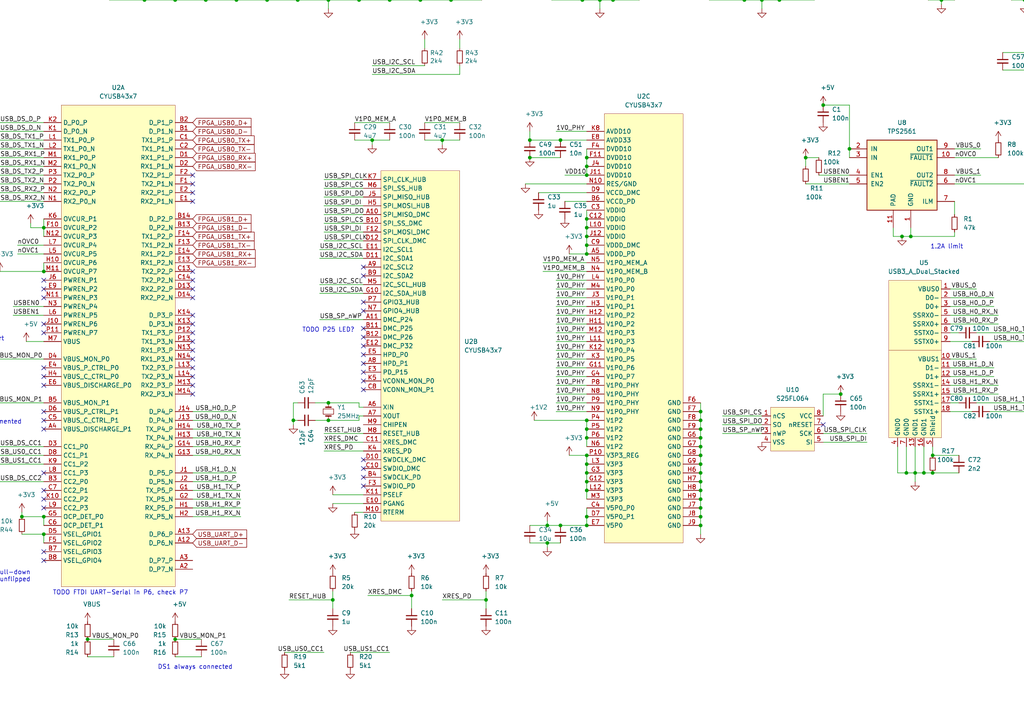
<source format=kicad_sch>
(kicad_sch (version 20210126) (generator eeschema)
  (paper "A4")
  (junction (at 6.35 149.86) (diameter 0.9144))
  (junction (at 12.7 66.04) (diameter 0.9144))
  (junction (at 12.7 78.74) (diameter 0.9144))
  (junction (at 12.7 149.86) (diameter 0.9144))
  (junction (at 12.7 154.94) (diameter 0.9144))
  (junction (at 25.4 185.42) (diameter 0.9144))
  (junction (at 41.91 -5.08) (diameter 0.9144))
  (junction (at 41.91 0) (diameter 0.9144))
  (junction (at 50.8 -5.08) (diameter 0.9144))
  (junction (at 50.8 0) (diameter 0.9144))
  (junction (at 50.8 185.42) (diameter 0.9144))
  (junction (at 59.69 -5.08) (diameter 0.9144))
  (junction (at 59.69 0) (diameter 0.9144))
  (junction (at 68.58 -5.08) (diameter 0.9144))
  (junction (at 68.58 0) (diameter 0.9144))
  (junction (at 77.47 -5.08) (diameter 0.9144))
  (junction (at 77.47 0) (diameter 0.9144))
  (junction (at 85.09 121.92) (diameter 0.9144))
  (junction (at 86.36 -5.08) (diameter 0.9144))
  (junction (at 86.36 0) (diameter 0.9144))
  (junction (at 87.63 -21.59) (diameter 0.9144))
  (junction (at 87.63 -16.51) (diameter 0.9144))
  (junction (at 95.25 -5.08) (diameter 0.9144))
  (junction (at 95.25 0) (diameter 0.9144))
  (junction (at 95.25 116.84) (diameter 0.9144))
  (junction (at 95.25 121.92) (diameter 0.9144))
  (junction (at 96.52 173.99) (diameter 0.9144))
  (junction (at 97.79 -21.59) (diameter 0.9144))
  (junction (at 97.79 -16.51) (diameter 0.9144))
  (junction (at 104.14 -5.08) (diameter 0.9144))
  (junction (at 104.14 0) (diameter 0.9144))
  (junction (at 107.95 -21.59) (diameter 0.9144))
  (junction (at 107.95 -16.51) (diameter 0.9144))
  (junction (at 107.95 40.64) (diameter 0.9144))
  (junction (at 113.03 -5.08) (diameter 0.9144))
  (junction (at 113.03 0) (diameter 0.9144))
  (junction (at 116.84 -21.59) (diameter 0.9144))
  (junction (at 116.84 -16.51) (diameter 0.9144))
  (junction (at 119.38 172.72) (diameter 0.9144))
  (junction (at 121.92 -5.08) (diameter 0.9144))
  (junction (at 121.92 0) (diameter 0.9144))
  (junction (at 127 -21.59) (diameter 0.9144))
  (junction (at 127 -16.51) (diameter 0.9144))
  (junction (at 128.27 40.64) (diameter 0.9144))
  (junction (at 130.81 -5.08) (diameter 0.9144))
  (junction (at 130.81 0) (diameter 0.9144))
  (junction (at 140.97 173.99) (diameter 0.9144))
  (junction (at 153.67 40.64) (diameter 0.9144))
  (junction (at 153.67 45.72) (diameter 0.9144))
  (junction (at 158.75 -21.59) (diameter 0.9144))
  (junction (at 158.75 -16.51) (diameter 0.9144))
  (junction (at 158.75 152.4) (diameter 0.9144))
  (junction (at 158.75 157.48) (diameter 0.9144))
  (junction (at 162.56 40.64) (diameter 0.9144))
  (junction (at 162.56 152.4) (diameter 0.9144))
  (junction (at 168.91 -21.59) (diameter 0.9144))
  (junction (at 168.91 -16.51) (diameter 0.9144))
  (junction (at 168.91 -5.08) (diameter 0.9144))
  (junction (at 168.91 0) (diameter 0.9144))
  (junction (at 170.18 45.72) (diameter 0.9144))
  (junction (at 170.18 48.26) (diameter 0.9144))
  (junction (at 170.18 50.8) (diameter 0.9144))
  (junction (at 170.18 63.5) (diameter 0.9144))
  (junction (at 170.18 66.04) (diameter 0.9144))
  (junction (at 170.18 68.58) (diameter 0.9144))
  (junction (at 170.18 71.12) (diameter 0.9144))
  (junction (at 170.18 73.66) (diameter 0.9144))
  (junction (at 170.18 121.92) (diameter 0.9144))
  (junction (at 170.18 124.46) (diameter 0.9144))
  (junction (at 170.18 127) (diameter 0.9144))
  (junction (at 170.18 132.08) (diameter 0.9144))
  (junction (at 170.18 134.62) (diameter 0.9144))
  (junction (at 170.18 137.16) (diameter 0.9144))
  (junction (at 170.18 139.7) (diameter 0.9144))
  (junction (at 170.18 142.24) (diameter 0.9144))
  (junction (at 170.18 149.86) (diameter 0.9144))
  (junction (at 170.18 152.4) (diameter 0.9144))
  (junction (at 173.99 0) (diameter 0.9144))
  (junction (at 177.8 -5.08) (diameter 0.9144))
  (junction (at 177.8 0) (diameter 0.9144))
  (junction (at 179.07 -21.59) (diameter 0.9144))
  (junction (at 179.07 -16.51) (diameter 0.9144))
  (junction (at 203.2 119.38) (diameter 0.9144))
  (junction (at 203.2 121.92) (diameter 0.9144))
  (junction (at 203.2 124.46) (diameter 0.9144))
  (junction (at 203.2 127) (diameter 0.9144))
  (junction (at 203.2 129.54) (diameter 0.9144))
  (junction (at 203.2 132.08) (diameter 0.9144))
  (junction (at 203.2 134.62) (diameter 0.9144))
  (junction (at 203.2 137.16) (diameter 0.9144))
  (junction (at 203.2 139.7) (diameter 0.9144))
  (junction (at 203.2 142.24) (diameter 0.9144))
  (junction (at 203.2 144.78) (diameter 0.9144))
  (junction (at 203.2 147.32) (diameter 0.9144))
  (junction (at 203.2 149.86) (diameter 0.9144))
  (junction (at 203.2 152.4) (diameter 0.9144))
  (junction (at 215.9 -5.08) (diameter 0.9144))
  (junction (at 215.9 0) (diameter 0.9144))
  (junction (at 220.98 -5.08) (diameter 0.9144))
  (junction (at 220.98 0) (diameter 0.9144))
  (junction (at 226.06 -5.08) (diameter 0.9144))
  (junction (at 226.06 0) (diameter 0.9144))
  (junction (at 233.68 45.72) (diameter 0.9144))
  (junction (at 238.76 30.48) (diameter 0.9144))
  (junction (at 243.84 114.3) (diameter 0.9144))
  (junction (at 246.38 43.18) (diameter 0.9144))
  (junction (at 261.62 68.58) (diameter 0.9144))
  (junction (at 262.89 137.16) (diameter 0.9144))
  (junction (at 264.16 68.58) (diameter 0.9144))
  (junction (at 265.43 137.16) (diameter 0.9144))
  (junction (at 267.97 137.16) (diameter 0.9144))
  (junction (at 270.51 132.08) (diameter 0.9144))
  (junction (at 270.51 137.16) (diameter 0.9144))
  (junction (at 273.05 -5.08) (diameter 0.9144))
  (junction (at 273.05 0) (diameter 0.9144))
  (junction (at 297.18 -5.08) (diameter 0.9144))
  (junction (at 297.18 0) (diameter 0.9144))
  (junction (at 299.72 15.24) (diameter 0.9144))
  (junction (at 299.72 20.32) (diameter 0.9144))
  (junction (at 304.8 20.32) (diameter 0.9144))
  (junction (at 308.61 15.24) (diameter 0.9144))
  (junction (at 308.61 20.32) (diameter 0.9144))
  (junction (at 317.5 46.99) (diameter 0.9144))
  (junction (at 336.55 46.99) (diameter 0.9144))
  (junction (at 339.09 153.67) (diameter 0.9144))
  (junction (at 339.09 158.75) (diameter 0.9144))
  (junction (at 346.71 158.75) (diameter 0.9144))
  (no_connect (at 12.7 81.28))
  (no_connect (at 12.7 83.82))
  (no_connect (at 12.7 86.36))
  (no_connect (at 12.7 93.98))
  (no_connect (at 12.7 96.52))
  (no_connect (at 12.7 106.68))
  (no_connect (at 12.7 109.22))
  (no_connect (at 12.7 111.76))
  (no_connect (at 12.7 119.38))
  (no_connect (at 12.7 121.92))
  (no_connect (at 12.7 124.46))
  (no_connect (at 12.7 137.16))
  (no_connect (at 12.7 142.24))
  (no_connect (at 12.7 144.78))
  (no_connect (at 12.7 147.32))
  (no_connect (at 12.7 160.02))
  (no_connect (at 12.7 162.56))
  (no_connect (at 55.88 50.8))
  (no_connect (at 55.88 53.34))
  (no_connect (at 55.88 55.88))
  (no_connect (at 55.88 58.42))
  (no_connect (at 55.88 78.74))
  (no_connect (at 55.88 81.28))
  (no_connect (at 55.88 83.82))
  (no_connect (at 55.88 86.36))
  (no_connect (at 55.88 91.44))
  (no_connect (at 55.88 93.98))
  (no_connect (at 55.88 96.52))
  (no_connect (at 55.88 99.06))
  (no_connect (at 55.88 101.6))
  (no_connect (at 55.88 104.14))
  (no_connect (at 55.88 106.68))
  (no_connect (at 55.88 109.22))
  (no_connect (at 55.88 111.76))
  (no_connect (at 55.88 114.3))
  (no_connect (at 105.41 77.47))
  (no_connect (at 105.41 80.01))
  (no_connect (at 105.41 87.63))
  (no_connect (at 105.41 90.17))
  (no_connect (at 105.41 95.25))
  (no_connect (at 105.41 97.79))
  (no_connect (at 105.41 100.33))
  (no_connect (at 105.41 102.87))
  (no_connect (at 105.41 105.41))
  (no_connect (at 105.41 107.95))
  (no_connect (at 105.41 110.49))
  (no_connect (at 105.41 113.03))
  (no_connect (at 105.41 133.35))
  (no_connect (at 105.41 135.89))
  (no_connect (at 105.41 138.43))
  (no_connect (at 105.41 140.97))
  (no_connect (at 238.76 123.19))
  (no_connect (at 361.95 142.24))
  (no_connect (at 361.95 144.78))
  (wire (pts (xy -1.27 40.64) (xy 12.7 40.64)))
  (wire (pts (xy -1.27 43.18) (xy 12.7 43.18)))
  (wire (pts (xy -1.27 45.72) (xy 12.7 45.72)))
  (wire (pts (xy -1.27 48.26) (xy 12.7 48.26)))
  (wire (pts (xy -1.27 50.8) (xy 12.7 50.8)))
  (wire (pts (xy -1.27 53.34) (xy 12.7 53.34)))
  (wire (pts (xy -1.27 55.88) (xy 12.7 55.88)))
  (wire (pts (xy -1.27 58.42) (xy 12.7 58.42)))
  (wire (pts (xy -1.27 104.14) (xy 12.7 104.14)))
  (wire (pts (xy -1.27 116.84) (xy 12.7 116.84)))
  (wire (pts (xy -1.27 132.08) (xy 12.7 132.08)))
  (wire (pts (xy -1.27 134.62) (xy 12.7 134.62)))
  (wire (pts (xy 0 35.56) (xy 12.7 35.56)))
  (wire (pts (xy 0 38.1) (xy 12.7 38.1)))
  (wire (pts (xy 0 78.74) (xy 12.7 78.74)))
  (wire (pts (xy 0 129.54) (xy 12.7 129.54)))
  (wire (pts (xy 0 139.7) (xy 12.7 139.7)))
  (wire (pts (xy 3.81 88.9) (xy 12.7 88.9)))
  (wire (pts (xy 3.81 91.44) (xy 12.7 91.44)))
  (wire (pts (xy 5.08 71.12) (xy 12.7 71.12)))
  (wire (pts (xy 5.08 73.66) (xy 12.7 73.66)))
  (wire (pts (xy 6.35 149.86) (xy 6.35 148.59)))
  (wire (pts (xy 6.35 154.94) (xy 12.7 154.94)))
  (wire (pts (xy 7.62 99.06) (xy 12.7 99.06)))
  (wire (pts (xy 8.89 66.04) (xy 8.89 64.77)))
  (wire (pts (xy 12.7 63.5) (xy 12.7 66.04)))
  (wire (pts (xy 12.7 66.04) (xy 8.89 66.04)))
  (wire (pts (xy 12.7 66.04) (xy 12.7 68.58)))
  (wire (pts (xy 12.7 76.2) (xy 12.7 78.74)))
  (wire (pts (xy 12.7 149.86) (xy 6.35 149.86)))
  (wire (pts (xy 12.7 149.86) (xy 12.7 152.4)))
  (wire (pts (xy 12.7 154.94) (xy 12.7 157.48)))
  (wire (pts (xy 25.4 185.42) (xy 33.02 185.42)))
  (wire (pts (xy 25.4 190.5) (xy 33.02 190.5)))
  (wire (pts (xy 31.75 -5.08) (xy 41.91 -5.08)))
  (wire (pts (xy 31.75 0) (xy 41.91 0)))
  (wire (pts (xy 41.91 -5.08) (xy 50.8 -5.08)))
  (wire (pts (xy 41.91 0) (xy 50.8 0)))
  (wire (pts (xy 50.8 -5.08) (xy 59.69 -5.08)))
  (wire (pts (xy 50.8 0) (xy 59.69 0)))
  (wire (pts (xy 50.8 185.42) (xy 58.42 185.42)))
  (wire (pts (xy 50.8 190.5) (xy 58.42 190.5)))
  (wire (pts (xy 55.88 119.38) (xy 68.58 119.38)))
  (wire (pts (xy 55.88 121.92) (xy 68.58 121.92)))
  (wire (pts (xy 55.88 124.46) (xy 69.85 124.46)))
  (wire (pts (xy 55.88 127) (xy 69.85 127)))
  (wire (pts (xy 55.88 129.54) (xy 69.85 129.54)))
  (wire (pts (xy 55.88 132.08) (xy 69.85 132.08)))
  (wire (pts (xy 55.88 137.16) (xy 68.58 137.16)))
  (wire (pts (xy 55.88 139.7) (xy 68.58 139.7)))
  (wire (pts (xy 55.88 142.24) (xy 69.85 142.24)))
  (wire (pts (xy 55.88 144.78) (xy 69.85 144.78)))
  (wire (pts (xy 55.88 147.32) (xy 69.85 147.32)))
  (wire (pts (xy 55.88 149.86) (xy 69.85 149.86)))
  (wire (pts (xy 59.69 -5.08) (xy 68.58 -5.08)))
  (wire (pts (xy 59.69 0) (xy 68.58 0)))
  (wire (pts (xy 68.58 -5.08) (xy 77.47 -5.08)))
  (wire (pts (xy 68.58 0) (xy 77.47 0)))
  (wire (pts (xy 77.47 -21.59) (xy 87.63 -21.59)))
  (wire (pts (xy 77.47 -16.51) (xy 87.63 -16.51)))
  (wire (pts (xy 77.47 -5.08) (xy 86.36 -5.08)))
  (wire (pts (xy 77.47 0) (xy 86.36 0)))
  (wire (pts (xy 82.55 189.23) (xy 93.98 189.23)))
  (wire (pts (xy 83.82 173.99) (xy 96.52 173.99)))
  (wire (pts (xy 85.09 116.84) (xy 85.09 121.92)))
  (wire (pts (xy 85.09 121.92) (xy 86.36 121.92)))
  (wire (pts (xy 85.09 123.19) (xy 85.09 121.92)))
  (wire (pts (xy 86.36 -5.08) (xy 95.25 -5.08)))
  (wire (pts (xy 86.36 0) (xy 95.25 0)))
  (wire (pts (xy 86.36 116.84) (xy 85.09 116.84)))
  (wire (pts (xy 87.63 -21.59) (xy 97.79 -21.59)))
  (wire (pts (xy 87.63 -16.51) (xy 97.79 -16.51)))
  (wire (pts (xy 91.44 116.84) (xy 95.25 116.84)))
  (wire (pts (xy 91.44 121.92) (xy 95.25 121.92)))
  (wire (pts (xy 92.71 72.39) (xy 105.41 72.39)))
  (wire (pts (xy 92.71 74.93) (xy 105.41 74.93)))
  (wire (pts (xy 92.71 82.55) (xy 105.41 82.55)))
  (wire (pts (xy 92.71 85.09) (xy 105.41 85.09)))
  (wire (pts (xy 92.71 92.71) (xy 105.41 92.71)))
  (wire (pts (xy 93.98 52.07) (xy 105.41 52.07)))
  (wire (pts (xy 93.98 54.61) (xy 105.41 54.61)))
  (wire (pts (xy 93.98 57.15) (xy 105.41 57.15)))
  (wire (pts (xy 93.98 59.69) (xy 105.41 59.69)))
  (wire (pts (xy 93.98 62.23) (xy 105.41 62.23)))
  (wire (pts (xy 93.98 64.77) (xy 105.41 64.77)))
  (wire (pts (xy 93.98 67.31) (xy 105.41 67.31)))
  (wire (pts (xy 93.98 69.85) (xy 105.41 69.85)))
  (wire (pts (xy 93.98 125.73) (xy 105.41 125.73)))
  (wire (pts (xy 93.98 128.27) (xy 105.41 128.27)))
  (wire (pts (xy 93.98 130.81) (xy 105.41 130.81)))
  (wire (pts (xy 95.25 -5.08) (xy 104.14 -5.08)))
  (wire (pts (xy 95.25 0) (xy 95.25 2.54)))
  (wire (pts (xy 95.25 0) (xy 104.14 0)))
  (wire (pts (xy 95.25 116.84) (xy 104.14 116.84)))
  (wire (pts (xy 95.25 121.92) (xy 104.14 121.92)))
  (wire (pts (xy 96.52 143.51) (xy 105.41 143.51)))
  (wire (pts (xy 96.52 146.05) (xy 105.41 146.05)))
  (wire (pts (xy 96.52 171.45) (xy 96.52 173.99)))
  (wire (pts (xy 96.52 176.53) (xy 96.52 173.99)))
  (wire (pts (xy 97.79 -21.59) (xy 107.95 -21.59)))
  (wire (pts (xy 97.79 -16.51) (xy 107.95 -16.51)))
  (wire (pts (xy 101.6 189.23) (xy 113.03 189.23)))
  (wire (pts (xy 102.87 35.56) (xy 113.03 35.56)))
  (wire (pts (xy 102.87 40.64) (xy 107.95 40.64)))
  (wire (pts (xy 102.87 148.59) (xy 105.41 148.59)))
  (wire (pts (xy 104.14 -5.08) (xy 113.03 -5.08)))
  (wire (pts (xy 104.14 0) (xy 113.03 0)))
  (wire (pts (xy 104.14 118.11) (xy 104.14 116.84)))
  (wire (pts (xy 104.14 120.65) (xy 104.14 121.92)))
  (wire (pts (xy 105.41 118.11) (xy 104.14 118.11)))
  (wire (pts (xy 105.41 120.65) (xy 104.14 120.65)))
  (wire (pts (xy 106.68 172.72) (xy 119.38 172.72)))
  (wire (pts (xy 107.95 -21.59) (xy 116.84 -21.59)))
  (wire (pts (xy 107.95 -16.51) (xy 116.84 -16.51)))
  (wire (pts (xy 107.95 19.05) (xy 123.19 19.05)))
  (wire (pts (xy 107.95 21.59) (xy 133.35 21.59)))
  (wire (pts (xy 107.95 40.64) (xy 107.95 41.91)))
  (wire (pts (xy 107.95 40.64) (xy 113.03 40.64)))
  (wire (pts (xy 113.03 -5.08) (xy 121.92 -5.08)))
  (wire (pts (xy 113.03 0) (xy 121.92 0)))
  (wire (pts (xy 116.84 -21.59) (xy 127 -21.59)))
  (wire (pts (xy 116.84 -16.51) (xy 127 -16.51)))
  (wire (pts (xy 119.38 172.72) (xy 119.38 171.45)))
  (wire (pts (xy 119.38 172.72) (xy 119.38 176.53)))
  (wire (pts (xy 121.92 -5.08) (xy 130.81 -5.08)))
  (wire (pts (xy 121.92 0) (xy 130.81 0)))
  (wire (pts (xy 123.19 11.43) (xy 123.19 13.97)))
  (wire (pts (xy 123.19 35.56) (xy 133.35 35.56)))
  (wire (pts (xy 123.19 40.64) (xy 128.27 40.64)))
  (wire (pts (xy 127 -21.59) (xy 135.89 -21.59)))
  (wire (pts (xy 127 -16.51) (xy 135.89 -16.51)))
  (wire (pts (xy 128.27 40.64) (xy 128.27 41.91)))
  (wire (pts (xy 128.27 40.64) (xy 133.35 40.64)))
  (wire (pts (xy 128.27 173.99) (xy 140.97 173.99)))
  (wire (pts (xy 130.81 -5.08) (xy 139.7 -5.08)))
  (wire (pts (xy 130.81 0) (xy 139.7 0)))
  (wire (pts (xy 133.35 11.43) (xy 133.35 13.97)))
  (wire (pts (xy 133.35 21.59) (xy 133.35 19.05)))
  (wire (pts (xy 140.97 173.99) (xy 140.97 171.45)))
  (wire (pts (xy 140.97 173.99) (xy 140.97 176.53)))
  (wire (pts (xy 148.59 -21.59) (xy 158.75 -21.59)))
  (wire (pts (xy 148.59 -16.51) (xy 158.75 -16.51)))
  (wire (pts (xy 152.4 53.34) (xy 170.18 53.34)))
  (wire (pts (xy 153.67 38.1) (xy 153.67 40.64)))
  (wire (pts (xy 153.67 40.64) (xy 162.56 40.64)))
  (wire (pts (xy 153.67 45.72) (xy 162.56 45.72)))
  (wire (pts (xy 153.67 152.4) (xy 158.75 152.4)))
  (wire (pts (xy 153.67 157.48) (xy 158.75 157.48)))
  (wire (pts (xy 154.94 121.92) (xy 170.18 121.92)))
  (wire (pts (xy 156.21 55.88) (xy 170.18 55.88)))
  (wire (pts (xy 157.48 76.2) (xy 170.18 76.2)))
  (wire (pts (xy 157.48 78.74) (xy 170.18 78.74)))
  (wire (pts (xy 158.75 -21.59) (xy 168.91 -21.59)))
  (wire (pts (xy 158.75 -16.51) (xy 168.91 -16.51)))
  (wire (pts (xy 158.75 151.13) (xy 158.75 152.4)))
  (wire (pts (xy 158.75 152.4) (xy 162.56 152.4)))
  (wire (pts (xy 158.75 157.48) (xy 158.75 158.75)))
  (wire (pts (xy 158.75 157.48) (xy 162.56 157.48)))
  (wire (pts (xy 160.02 -5.08) (xy 168.91 -5.08)))
  (wire (pts (xy 160.02 0) (xy 168.91 0)))
  (wire (pts (xy 161.29 38.1) (xy 170.18 38.1)))
  (wire (pts (xy 161.29 81.28) (xy 170.18 81.28)))
  (wire (pts (xy 161.29 83.82) (xy 170.18 83.82)))
  (wire (pts (xy 161.29 86.36) (xy 170.18 86.36)))
  (wire (pts (xy 161.29 88.9) (xy 170.18 88.9)))
  (wire (pts (xy 161.29 91.44) (xy 170.18 91.44)))
  (wire (pts (xy 161.29 93.98) (xy 170.18 93.98)))
  (wire (pts (xy 161.29 96.52) (xy 170.18 96.52)))
  (wire (pts (xy 161.29 99.06) (xy 170.18 99.06)))
  (wire (pts (xy 161.29 101.6) (xy 170.18 101.6)))
  (wire (pts (xy 161.29 104.14) (xy 170.18 104.14)))
  (wire (pts (xy 161.29 106.68) (xy 170.18 106.68)))
  (wire (pts (xy 161.29 109.22) (xy 170.18 109.22)))
  (wire (pts (xy 161.29 111.76) (xy 170.18 111.76)))
  (wire (pts (xy 161.29 114.3) (xy 170.18 114.3)))
  (wire (pts (xy 161.29 116.84) (xy 170.18 116.84)))
  (wire (pts (xy 161.29 119.38) (xy 170.18 119.38)))
  (wire (pts (xy 162.56 40.64) (xy 170.18 40.64)))
  (wire (pts (xy 162.56 152.4) (xy 170.18 152.4)))
  (wire (pts (xy 163.83 50.8) (xy 170.18 50.8)))
  (wire (pts (xy 163.83 58.42) (xy 170.18 58.42)))
  (wire (pts (xy 165.1 73.66) (xy 170.18 73.66)))
  (wire (pts (xy 165.1 132.08) (xy 170.18 132.08)))
  (wire (pts (xy 168.91 -21.59) (xy 179.07 -21.59)))
  (wire (pts (xy 168.91 -16.51) (xy 179.07 -16.51)))
  (wire (pts (xy 168.91 -5.08) (xy 177.8 -5.08)))
  (wire (pts (xy 168.91 0) (xy 173.99 0)))
  (wire (pts (xy 170.18 43.18) (xy 170.18 45.72)))
  (wire (pts (xy 170.18 45.72) (xy 170.18 48.26)))
  (wire (pts (xy 170.18 48.26) (xy 170.18 50.8)))
  (wire (pts (xy 170.18 60.96) (xy 170.18 63.5)))
  (wire (pts (xy 170.18 63.5) (xy 170.18 66.04)))
  (wire (pts (xy 170.18 66.04) (xy 170.18 68.58)))
  (wire (pts (xy 170.18 68.58) (xy 170.18 71.12)))
  (wire (pts (xy 170.18 71.12) (xy 170.18 73.66)))
  (wire (pts (xy 170.18 124.46) (xy 170.18 121.92)))
  (wire (pts (xy 170.18 127) (xy 170.18 124.46)))
  (wire (pts (xy 170.18 129.54) (xy 170.18 127)))
  (wire (pts (xy 170.18 132.08) (xy 170.18 134.62)))
  (wire (pts (xy 170.18 134.62) (xy 170.18 137.16)))
  (wire (pts (xy 170.18 137.16) (xy 170.18 139.7)))
  (wire (pts (xy 170.18 139.7) (xy 170.18 142.24)))
  (wire (pts (xy 170.18 142.24) (xy 170.18 144.78)))
  (wire (pts (xy 170.18 147.32) (xy 170.18 149.86)))
  (wire (pts (xy 170.18 149.86) (xy 170.18 152.4)))
  (wire (pts (xy 173.99 0) (xy 173.99 2.54)))
  (wire (pts (xy 173.99 0) (xy 177.8 0)))
  (wire (pts (xy 177.8 -5.08) (xy 185.42 -5.08)))
  (wire (pts (xy 177.8 0) (xy 185.42 0)))
  (wire (pts (xy 179.07 -21.59) (xy 187.96 -21.59)))
  (wire (pts (xy 179.07 -16.51) (xy 187.96 -16.51)))
  (wire (pts (xy 203.2 116.84) (xy 203.2 119.38)))
  (wire (pts (xy 203.2 119.38) (xy 203.2 121.92)))
  (wire (pts (xy 203.2 121.92) (xy 203.2 124.46)))
  (wire (pts (xy 203.2 124.46) (xy 203.2 127)))
  (wire (pts (xy 203.2 127) (xy 203.2 129.54)))
  (wire (pts (xy 203.2 129.54) (xy 203.2 132.08)))
  (wire (pts (xy 203.2 132.08) (xy 203.2 134.62)))
  (wire (pts (xy 203.2 134.62) (xy 203.2 137.16)))
  (wire (pts (xy 203.2 137.16) (xy 203.2 139.7)))
  (wire (pts (xy 203.2 139.7) (xy 203.2 142.24)))
  (wire (pts (xy 203.2 142.24) (xy 203.2 144.78)))
  (wire (pts (xy 203.2 144.78) (xy 203.2 147.32)))
  (wire (pts (xy 203.2 147.32) (xy 203.2 149.86)))
  (wire (pts (xy 203.2 149.86) (xy 203.2 152.4)))
  (wire (pts (xy 203.2 152.4) (xy 203.2 154.94)))
  (wire (pts (xy 205.74 -5.08) (xy 215.9 -5.08)))
  (wire (pts (xy 205.74 0) (xy 215.9 0)))
  (wire (pts (xy 209.55 120.65) (xy 220.98 120.65)))
  (wire (pts (xy 209.55 123.19) (xy 220.98 123.19)))
  (wire (pts (xy 209.55 125.73) (xy 220.98 125.73)))
  (wire (pts (xy 215.9 -5.08) (xy 220.98 -5.08)))
  (wire (pts (xy 215.9 0) (xy 220.98 0)))
  (wire (pts (xy 220.98 -7.62) (xy 220.98 -5.08)))
  (wire (pts (xy 220.98 -5.08) (xy 226.06 -5.08)))
  (wire (pts (xy 220.98 0) (xy 220.98 2.54)))
  (wire (pts (xy 220.98 0) (xy 226.06 0)))
  (wire (pts (xy 226.06 -5.08) (xy 236.22 -5.08)))
  (wire (pts (xy 226.06 0) (xy 236.22 0)))
  (wire (pts (xy 233.68 45.72) (xy 233.68 48.26)))
  (wire (pts (xy 233.68 45.72) (xy 237.49 45.72)))
  (wire (pts (xy 233.68 53.34) (xy 246.38 53.34)))
  (wire (pts (xy 237.49 50.8) (xy 246.38 50.8)))
  (wire (pts (xy 238.76 114.3) (xy 243.84 114.3)))
  (wire (pts (xy 238.76 120.65) (xy 238.76 114.3)))
  (wire (pts (xy 238.76 125.73) (xy 251.46 125.73)))
  (wire (pts (xy 238.76 128.27) (xy 251.46 128.27)))
  (wire (pts (xy 246.38 30.48) (xy 238.76 30.48)))
  (wire (pts (xy 246.38 43.18) (xy 246.38 30.48)))
  (wire (pts (xy 246.38 43.18) (xy 246.38 45.72)))
  (wire (pts (xy 259.08 66.04) (xy 259.08 68.58)))
  (wire (pts (xy 259.08 68.58) (xy 261.62 68.58)))
  (wire (pts (xy 260.35 129.54) (xy 260.35 137.16)))
  (wire (pts (xy 260.35 137.16) (xy 262.89 137.16)))
  (wire (pts (xy 262.89 129.54) (xy 262.89 137.16)))
  (wire (pts (xy 262.89 137.16) (xy 265.43 137.16)))
  (wire (pts (xy 264.16 66.04) (xy 264.16 68.58)))
  (wire (pts (xy 264.16 68.58) (xy 261.62 68.58)))
  (wire (pts (xy 265.43 129.54) (xy 265.43 137.16)))
  (wire (pts (xy 265.43 137.16) (xy 265.43 139.7)))
  (wire (pts (xy 265.43 137.16) (xy 267.97 137.16)))
  (wire (pts (xy 267.97 129.54) (xy 267.97 137.16)))
  (wire (pts (xy 267.97 137.16) (xy 270.51 137.16)))
  (wire (pts (xy 269.24 -5.08) (xy 273.05 -5.08)))
  (wire (pts (xy 269.24 0) (xy 273.05 0)))
  (wire (pts (xy 270.51 129.54) (xy 270.51 132.08)))
  (wire (pts (xy 270.51 132.08) (xy 278.13 132.08)))
  (wire (pts (xy 270.51 137.16) (xy 278.13 137.16)))
  (wire (pts (xy 273.05 -6.35) (xy 273.05 -5.08)))
  (wire (pts (xy 273.05 -5.08) (xy 276.86 -5.08)))
  (wire (pts (xy 273.05 0) (xy 273.05 1.27)))
  (wire (pts (xy 273.05 0) (xy 276.86 0)))
  (wire (pts (xy 275.59 83.82) (xy 283.21 83.82)))
  (wire (pts (xy 275.59 86.36) (xy 288.29 86.36)))
  (wire (pts (xy 275.59 88.9) (xy 288.29 88.9)))
  (wire (pts (xy 275.59 91.44) (xy 289.56 91.44)))
  (wire (pts (xy 275.59 93.98) (xy 289.56 93.98)))
  (wire (pts (xy 275.59 96.52) (xy 278.13 96.52)))
  (wire (pts (xy 275.59 99.06) (xy 281.94 99.06)))
  (wire (pts (xy 275.59 104.14) (xy 283.21 104.14)))
  (wire (pts (xy 275.59 106.68) (xy 288.29 106.68)))
  (wire (pts (xy 275.59 109.22) (xy 288.29 109.22)))
  (wire (pts (xy 275.59 111.76) (xy 289.56 111.76)))
  (wire (pts (xy 275.59 114.3) (xy 289.56 114.3)))
  (wire (pts (xy 275.59 116.84) (xy 278.13 116.84)))
  (wire (pts (xy 275.59 119.38) (xy 281.94 119.38)))
  (wire (pts (xy 276.86 43.18) (xy 284.48 43.18)))
  (wire (pts (xy 276.86 45.72) (xy 289.56 45.72)))
  (wire (pts (xy 276.86 50.8) (xy 284.48 50.8)))
  (wire (pts (xy 276.86 53.34) (xy 300.99 53.34)))
  (wire (pts (xy 276.86 58.42) (xy 276.86 62.23)))
  (wire (pts (xy 276.86 67.31) (xy 276.86 68.58)))
  (wire (pts (xy 276.86 68.58) (xy 264.16 68.58)))
  (wire (pts (xy 283.21 96.52) (xy 300.99 96.52)))
  (wire (pts (xy 283.21 116.84) (xy 300.99 116.84)))
  (wire (pts (xy 287.02 99.06) (xy 300.99 99.06)))
  (wire (pts (xy 287.02 119.38) (xy 300.99 119.38)))
  (wire (pts (xy 290.83 15.24) (xy 299.72 15.24)))
  (wire (pts (xy 290.83 20.32) (xy 299.72 20.32)))
  (wire (pts (xy 293.37 -5.08) (xy 297.18 -5.08)))
  (wire (pts (xy 293.37 0) (xy 297.18 0)))
  (wire (pts (xy 297.18 -6.35) (xy 297.18 -5.08)))
  (wire (pts (xy 297.18 -5.08) (xy 300.99 -5.08)))
  (wire (pts (xy 297.18 0) (xy 297.18 1.27)))
  (wire (pts (xy 297.18 0) (xy 300.99 0)))
  (wire (pts (xy 299.72 15.24) (xy 308.61 15.24)))
  (wire (pts (xy 299.72 20.32) (xy 304.8 20.32)))
  (wire (pts (xy 300.99 53.34) (xy 300.99 45.72)))
  (wire (pts (xy 304.8 20.32) (xy 304.8 21.59)))
  (wire (pts (xy 304.8 20.32) (xy 308.61 20.32)))
  (wire (pts (xy 308.61 15.24) (xy 317.5 15.24)))
  (wire (pts (xy 308.61 20.32) (xy 317.5 20.32)))
  (wire (pts (xy 312.42 41.91) (xy 321.31 41.91)))
  (wire (pts (xy 312.42 46.99) (xy 317.5 46.99)))
  (wire (pts (xy 317.5 46.99) (xy 321.31 46.99)))
  (wire (pts (xy 331.47 41.91) (xy 340.36 41.91)))
  (wire (pts (xy 331.47 46.99) (xy 336.55 46.99)))
  (wire (pts (xy 331.47 153.67) (xy 339.09 153.67)))
  (wire (pts (xy 331.47 158.75) (xy 339.09 158.75)))
  (wire (pts (xy 336.55 46.99) (xy 340.36 46.99)))
  (wire (pts (xy 339.09 152.4) (xy 339.09 153.67)))
  (wire (pts (xy 346.71 152.4) (xy 346.71 158.75)))
  (wire (pts (xy 346.71 158.75) (xy 339.09 158.75)))
  (wire (pts (xy 346.71 158.75) (xy 346.71 160.02)))
  (wire (pts (xy 361.95 91.44) (xy 374.65 91.44)))
  (wire (pts (xy 361.95 93.98) (xy 374.65 93.98)))
  (wire (pts (xy 361.95 99.06) (xy 374.65 99.06)))
  (wire (pts (xy 361.95 101.6) (xy 374.65 101.6)))
  (wire (pts (xy 361.95 104.14) (xy 374.65 104.14)))
  (wire (pts (xy 361.95 106.68) (xy 374.65 106.68)))
  (wire (pts (xy 361.95 111.76) (xy 377.19 111.76)))
  (wire (pts (xy 361.95 114.3) (xy 377.19 114.3)))
  (wire (pts (xy 361.95 119.38) (xy 364.49 119.38)))
  (wire (pts (xy 361.95 121.92) (xy 368.3 121.92)))
  (wire (pts (xy 361.95 127) (xy 377.19 127)))
  (wire (pts (xy 361.95 129.54) (xy 377.19 129.54)))
  (wire (pts (xy 361.95 134.62) (xy 364.49 134.62)))
  (wire (pts (xy 361.95 137.16) (xy 368.3 137.16)))
  (wire (pts (xy 363.22 85.09) (xy 363.22 86.36)))
  (wire (pts (xy 363.22 86.36) (xy 361.95 86.36)))
  (wire (pts (xy 369.57 119.38) (xy 387.35 119.38)))
  (wire (pts (xy 369.57 134.62) (xy 387.35 134.62)))
  (wire (pts (xy 373.38 121.92) (xy 387.35 121.92)))
  (wire (pts (xy 373.38 137.16) (xy 387.35 137.16)))
  (text "TODO check VBUS port" (at 1.27 99.06 180) (effects (font (size 1.27 1.27)) (justify right bottom)))
  (text "Discharge unimplemented" (at 6.35 123.19 180) (effects (font (size 1.27 1.27)) (justify right bottom)))
  (text "CC2 open, CC1 pull-down\nport unflipped" (at 8.89 168.91 180) (effects (font (size 1.27 1.27)) (justify right bottom)))
  (text "DS1 always connected" (at 45.72 194.31 0) (effects (font (size 1.27 1.27)) (justify left bottom)))
  (text "TODO FTDI UART-Serial in P6, check P7" (at 54.61 172.72 180) (effects (font (size 1.27 1.27)) (justify right bottom)))
  (text "TODO P25 LED?" (at 102.87 96.52 180) (effects (font (size 1.27 1.27)) (justify right bottom)))
  (text "VDDIO / V3P3_REG" (at 133.35 -22.86 180) (effects (font (size 1.27 1.27)) (justify right bottom)))
  (text "V3P3" (at 189.23 -22.86 180) (effects (font (size 1.27 1.27)) (justify right bottom)))
  (text "1.2A limit" (at 279.4 72.39 180) (effects (font (size 1.27 1.27)) (justify right bottom)))
  (text "VDD_DMC" (at 285.75 -6.35 180) (effects (font (size 1.27 1.27)) (justify right bottom)))
  (text "VDD_PD" (at 308.61 -6.35 180) (effects (font (size 1.27 1.27)) (justify right bottom)))
  (text "TODO check VBUS capacitance and USB spec" (at 381 77.47 180) (effects (font (size 1.27 1.27)) (justify right bottom)))
  (label "USB_DS_TX1_P" (at -1.27 40.64 0))
  (label "USB_DS_TX1_N" (at -1.27 43.18 0))
  (label "USB_DS_RX1_P" (at -1.27 45.72 0))
  (label "USB_DS_RX1_N" (at -1.27 48.26 0))
  (label "USB_DS_TX2_P" (at -1.27 50.8 0))
  (label "USB_DS_TX2_N" (at -1.27 53.34 0))
  (label "USB_DS_RX2_P" (at -1.27 55.88 0))
  (label "USB_DS_RX2_N" (at -1.27 58.42 0))
  (label "VBUS_MON_P0" (at -1.27 104.14 0))
  (label "VBUS_MON_P1" (at -1.27 116.84 0))
  (label "USB_US0_CC1" (at -1.27 132.08 0))
  (label "USB_US1_CC1" (at -1.27 134.62 0))
  (label "USB_DS_D_P" (at 0 35.56 0))
  (label "USB_DS_D_N" (at 0 38.1 0))
  (label "USB_DS_CC1" (at 0 129.54 0))
  (label "USB_DS_CC2" (at 0 139.7 0))
  (label "USBEN0" (at 3.81 88.9 0))
  (label "USBEN1" (at 3.81 91.44 0))
  (label "nOVC0" (at 5.08 71.12 0))
  (label "nOVC1" (at 5.08 73.66 0))
  (label "VBUS_MON_P0" (at 26.67 185.42 0))
  (label "VBUS_MON_P1" (at 52.07 185.42 0))
  (label "USB_H0_D_P" (at 68.58 119.38 180))
  (label "USB_H0_D_N" (at 68.58 121.92 180))
  (label "USB_H1_D_N" (at 68.58 137.16 180))
  (label "USB_H1_D_P" (at 68.58 139.7 180))
  (label "USB_H0_TX_P" (at 69.85 124.46 180))
  (label "USB_H0_TX_N" (at 69.85 127 180))
  (label "USB_H0_RX_P" (at 69.85 129.54 180))
  (label "USB_H0_RX_N" (at 69.85 132.08 180))
  (label "USB_H1_TX_P" (at 69.85 142.24 180))
  (label "USB_H1_TX_N" (at 69.85 144.78 180))
  (label "USB_H1_RX_P" (at 69.85 147.32 180))
  (label "USB_H1_RX_N" (at 69.85 149.86 180))
  (label "RESET_HUB" (at 83.82 173.99 0))
  (label "USB_I2C_SCL" (at 92.71 72.39 0))
  (label "USB_I2C_SDA" (at 92.71 74.93 0))
  (label "USB_I2C_SCL" (at 92.71 82.55 0))
  (label "USB_I2C_SDA" (at 92.71 85.09 0))
  (label "USB_SP_nWP" (at 92.71 92.71 0))
  (label "USB_SPI_CLK" (at 93.98 52.07 0))
  (label "USB_SPI_CS" (at 93.98 54.61 0))
  (label "USB_SPI_DO" (at 93.98 57.15 0))
  (label "USB_SPI_DI" (at 93.98 59.69 0))
  (label "USB_SPI_DO" (at 93.98 62.23 0))
  (label "USB_SPI_CS" (at 93.98 64.77 0))
  (label "USB_SPI_DI" (at 93.98 67.31 0))
  (label "USB_SPI_CLK" (at 93.98 69.85 0))
  (label "RESET_HUB" (at 93.98 125.73 0))
  (label "XRES_DMC" (at 93.98 128.27 0))
  (label "XRES_PD" (at 93.98 130.81 0))
  (label "USB_US0_CC1" (at 93.98 189.23 180))
  (label "1V0_PHY" (at 99.06 -5.08 180))
  (label "V1P0_MEM_A" (at 102.87 35.56 0))
  (label "XRES_DMC" (at 106.68 172.72 0))
  (label "USB_I2C_SCL" (at 107.95 19.05 0))
  (label "USB_I2C_SDA" (at 107.95 21.59 0))
  (label "USB_US1_CC1" (at 113.03 189.23 180))
  (label "V1P0_MEM_B" (at 123.19 35.56 0))
  (label "XRES_PD" (at 128.27 173.99 0))
  (label "V1P0_MEM_A" (at 157.48 76.2 0))
  (label "V1P0_MEM_B" (at 157.48 78.74 0))
  (label "1V0_PHY" (at 161.29 38.1 0))
  (label "1V0_PHY" (at 161.29 81.28 0))
  (label "1V0_PHY" (at 161.29 83.82 0))
  (label "1V0_PHY" (at 161.29 86.36 0))
  (label "1V0_PHY" (at 161.29 88.9 0))
  (label "1V0_PHY" (at 161.29 91.44 0))
  (label "1V0_PHY" (at 161.29 93.98 0))
  (label "1V0_PHY" (at 161.29 96.52 0))
  (label "1V0_PHY" (at 161.29 99.06 0))
  (label "1V0_PHY" (at 161.29 101.6 0))
  (label "1V0_PHY" (at 161.29 104.14 0))
  (label "1V0_PHY" (at 161.29 106.68 0))
  (label "1V0_PHY" (at 161.29 109.22 0))
  (label "1V0_PHY" (at 161.29 111.76 0))
  (label "1V0_PHY" (at 161.29 114.3 0))
  (label "1V0_PHY" (at 161.29 116.84 0))
  (label "1V0_PHY" (at 161.29 119.38 0))
  (label "VDD10" (at 163.83 50.8 0))
  (label "1V0_PHY" (at 177.8 -5.08 180))
  (label "USB_SPI_CS" (at 209.55 120.65 0))
  (label "USB_SPI_DO" (at 209.55 123.19 0))
  (label "USB_SP_nWP" (at 209.55 125.73 0))
  (label "USBEN0" (at 238.76 50.8 0))
  (label "USBEN1" (at 238.76 53.34 0))
  (label "USB_SPI_CLK" (at 251.46 125.73 180))
  (label "USB_SPI_DI" (at 251.46 128.27 180))
  (label "nOVC0" (at 283.21 45.72 180))
  (label "nOVC1" (at 283.21 53.34 180))
  (label "VBUS_0" (at 283.21 83.82 180))
  (label "VBUS_1" (at 283.21 104.14 180))
  (label "VBUS_0" (at 284.48 43.18 180))
  (label "VBUS_1" (at 284.48 50.8 180))
  (label "USB_H0_D_N" (at 288.29 86.36 180))
  (label "USB_H0_D_P" (at 288.29 88.9 180))
  (label "USB_H1_D_N" (at 288.29 106.68 180))
  (label "USB_H1_D_P" (at 288.29 109.22 180))
  (label "USB_H0_RX_N" (at 289.56 91.44 180))
  (label "USB_H0_RX_P" (at 289.56 93.98 180))
  (label "USB_H1_RX_N" (at 289.56 111.76 180))
  (label "USB_H1_RX_P" (at 289.56 114.3 180))
  (label "USB_H0_TX_N" (at 300.99 96.52 180))
  (label "USB_H0_TX_P" (at 300.99 99.06 180))
  (label "USB_H1_TX_N" (at 300.99 116.84 180))
  (label "USB_H1_TX_P" (at 300.99 119.38 180))
  (label "VDD10" (at 302.26 15.24 0))
  (label "VBUS_0" (at 313.69 41.91 0))
  (label "VBUS_1" (at 332.74 41.91 0))
  (label "USB_DS_CC1" (at 374.65 91.44 180))
  (label "USB_DS_CC2" (at 374.65 93.98 180))
  (label "USB_DS_D_N" (at 374.65 99.06 180))
  (label "USB_DS_D_N" (at 374.65 101.6 180))
  (label "USB_DS_D_P" (at 374.65 104.14 180))
  (label "USB_DS_D_P" (at 374.65 106.68 180))
  (label "USB_DS_RX1_N" (at 377.19 111.76 180))
  (label "USB_DS_RX1_P" (at 377.19 114.3 180))
  (label "USB_DS_RX2_N" (at 377.19 127 180))
  (label "USB_DS_RX2_P" (at 377.19 129.54 180))
  (label "USB_DS_TX1_N" (at 387.35 119.38 180))
  (label "USB_DS_TX1_P" (at 387.35 121.92 180))
  (label "USB_DS_TX2_N" (at 387.35 134.62 180))
  (label "USB_DS_TX2_P" (at 387.35 137.16 180))
  (global_label "FPGA_USB0_D+" (shape input) (at 55.88 35.56 0) (property "Intersheet References" "${INTERSHEET_REFS}" (effects hide)))
  (global_label "FPGA_USB0_D-" (shape input) (at 55.88 38.1 0) (property "Intersheet References" "${INTERSHEET_REFS}" (effects hide)))
  (global_label "FPGA_USB0_TX+" (shape input) (at 55.88 40.64 0) (property "Intersheet References" "${INTERSHEET_REFS}" (effects hide)))
  (global_label "FPGA_USB0_TX-" (shape input) (at 55.88 43.18 0) (property "Intersheet References" "${INTERSHEET_REFS}" (effects hide)))
  (global_label "FPGA_USB0_RX+" (shape input) (at 55.88 45.72 0) (property "Intersheet References" "${INTERSHEET_REFS}" (effects hide)))
  (global_label "FPGA_USB0_RX-" (shape input) (at 55.88 48.26 0) (property "Intersheet References" "${INTERSHEET_REFS}" (effects hide)))
  (global_label "FPGA_USB1_D+" (shape input) (at 55.88 63.5 0) (property "Intersheet References" "${INTERSHEET_REFS}" (effects hide)))
  (global_label "FPGA_USB1_D-" (shape input) (at 55.88 66.04 0) (property "Intersheet References" "${INTERSHEET_REFS}" (effects hide)))
  (global_label "FPGA_USB1_TX+" (shape input) (at 55.88 68.58 0) (property "Intersheet References" "${INTERSHEET_REFS}" (effects hide)))
  (global_label "FPGA_USB1_TX-" (shape input) (at 55.88 71.12 0) (property "Intersheet References" "${INTERSHEET_REFS}" (effects hide)))
  (global_label "FPGA_USB1_RX+" (shape input) (at 55.88 73.66 0) (property "Intersheet References" "${INTERSHEET_REFS}" (effects hide)))
  (global_label "FPGA_USB1_RX-" (shape input) (at 55.88 76.2 0) (property "Intersheet References" "${INTERSHEET_REFS}" (effects hide)))
  (global_label "USB_UART_D+" (shape input) (at 55.88 154.94 0) (property "Intersheet References" "${INTERSHEET_REFS}" (effects hide)))
  (global_label "USB_UART_D-" (shape input) (at 55.88 157.48 0) (property "Intersheet References" "${INTERSHEET_REFS}" (effects hide)))
  (symbol (lib_id "power:+3V3") (at 0 78.74 0) (unit 1)
    (property "Reference" "#PWR0165" (effects hide))
    (property "Value" "+3V3" (at 1.27 73.66 0))
  )
  (symbol (lib_id "power:+3V3") (at 6.35 148.59 0) (unit 1)
    (property "Reference" "#PWR0334" (effects hide))
    (property "Value" "+3V3" (at 7.62 143.51 0))
  )
  (symbol (lib_id "power:+5V") (at 7.62 99.06 0) (unit 1)
    (property "Reference" "#PWR0166" (effects hide))
    (property "Value" "+5V" (at 8.89 93.98 0))
  )
  (symbol (lib_id "power:+3V3") (at 8.89 64.77 0) (unit 1)
    (property "Reference" "#PWR0164" (effects hide))
    (property "Value" "+3V3" (at 10.16 59.69 0))
  )
  (symbol (lib_id "power:VBUS") (at 25.4 180.34 0) (unit 1)
    (property "Reference" "#PWR0158" (effects hide))
    (property "Value" "VBUS" (at 26.67 175.26 0))
  )
  (symbol (lib_id "power:+5V") (at 50.8 180.34 0) (unit 1)
    (property "Reference" "#PWR0157" (effects hide))
    (property "Value" "+5V" (at 52.07 175.26 0))
  )
  (symbol (lib_id "power:+3V3") (at 96.52 143.51 0) (unit 1)
    (property "Reference" "#PWR0150" (effects hide))
    (property "Value" "+3V3" (at 97.79 138.43 0))
  )
  (symbol (lib_id "power:+3V3") (at 96.52 166.37 0) (unit 1)
    (property "Reference" "#PWR0116" (effects hide))
    (property "Value" "+3V3" (at 97.79 161.29 0))
  )
  (symbol (lib_id "power:+3V3") (at 107.95 -21.59 0) (unit 1)
    (property "Reference" "#PWR0143" (effects hide))
    (property "Value" "+3V3" (at 109.22 -25.4 0))
  )
  (symbol (lib_id "power:+3V3") (at 119.38 166.37 0) (unit 1)
    (property "Reference" "#PWR0117" (effects hide))
    (property "Value" "+3V3" (at 120.65 161.29 0))
  )
  (symbol (lib_id "power:+3V3") (at 123.19 11.43 0) (unit 1)
    (property "Reference" "#PWR0332" (effects hide))
    (property "Value" "+3V3" (at 124.46 6.35 0))
  )
  (symbol (lib_id "power:+3V3") (at 133.35 11.43 0) (unit 1)
    (property "Reference" "#PWR0333" (effects hide))
    (property "Value" "+3V3" (at 134.62 6.35 0))
  )
  (symbol (lib_id "power:+3V3") (at 140.97 166.37 0) (unit 1)
    (property "Reference" "#PWR0109" (effects hide))
    (property "Value" "+3V3" (at 142.24 161.29 0))
  )
  (symbol (lib_id "power:+3V3") (at 153.67 38.1 0) (unit 1)
    (property "Reference" "#PWR0137" (effects hide))
    (property "Value" "+3V3" (at 154.94 33.02 0))
  )
  (symbol (lib_id "power:+1V2") (at 154.94 121.92 0) (unit 1)
    (property "Reference" "#PWR0131" (effects hide))
    (property "Value" "+1V2" (at 156.21 118.11 0))
  )
  (symbol (lib_id "power:+5V") (at 158.75 151.13 0) (unit 1)
    (property "Reference" "#PWR0127" (effects hide))
    (property "Value" "+5V" (at 160.02 146.05 0))
  )
  (symbol (lib_id "power:+3V3") (at 165.1 73.66 0) (unit 1)
    (property "Reference" "#PWR0126" (effects hide))
    (property "Value" "+3V3" (at 166.37 68.58 0))
  )
  (symbol (lib_id "power:+3V3") (at 165.1 132.08 0) (unit 1)
    (property "Reference" "#PWR0133" (effects hide))
    (property "Value" "+3V3" (at 166.37 127 0))
  )
  (symbol (lib_id "power:+3V3") (at 179.07 -21.59 0) (unit 1)
    (property "Reference" "#PWR0142" (effects hide))
    (property "Value" "+3V3" (at 180.34 -25.4 0))
  )
  (symbol (lib_id "power:+1V2") (at 220.98 -7.62 0) (unit 1)
    (property "Reference" "#PWR0123" (effects hide))
    (property "Value" "+1V2" (at 222.25 -11.43 0))
  )
  (symbol (lib_id "power:+3V3") (at 233.68 45.72 0) (unit 1)
    (property "Reference" "#PWR0147" (effects hide))
    (property "Value" "+3V3" (at 234.95 40.64 0))
  )
  (symbol (lib_id "power:+5V") (at 238.76 30.48 0) (unit 1)
    (property "Reference" "#PWR0103" (effects hide))
    (property "Value" "+5V" (at 240.03 25.4 0))
  )
  (symbol (lib_id "power:+3V3") (at 243.84 114.3 0) (unit 1)
    (property "Reference" "#PWR0152" (effects hide))
    (property "Value" "+3V3" (at 245.11 109.22 0))
  )
  (symbol (lib_id "power:+3V3") (at 273.05 -6.35 0) (unit 1)
    (property "Reference" "#PWR0139" (effects hide))
    (property "Value" "+3V3" (at 274.32 -10.16 0))
  )
  (symbol (lib_id "power:+3V3") (at 289.56 40.64 0) (unit 1)
    (property "Reference" "#PWR0146" (effects hide))
    (property "Value" "+3V3" (at 290.83 35.56 0))
  )
  (symbol (lib_id "power:+3V3") (at 297.18 -6.35 0) (unit 1)
    (property "Reference" "#PWR0140" (effects hide))
    (property "Value" "+3V3" (at 298.45 -10.16 0))
  )
  (symbol (lib_id "power:+3V3") (at 300.99 40.64 0) (unit 1)
    (property "Reference" "#PWR0145" (effects hide))
    (property "Value" "+3V3" (at 302.26 35.56 0))
  )
  (symbol (lib_id "power:VBUS") (at 363.22 85.09 0) (unit 1)
    (property "Reference" "#PWR0161" (effects hide))
    (property "Value" "VBUS" (at 364.49 80.01 0))
  )
  (symbol (lib_id "power:GND") (at 82.55 194.31 0) (unit 1)
    (property "Reference" "#PWR0162" (effects hide))
    (property "Value" "GND" (effects hide))
  )
  (symbol (lib_id "power:GND") (at 85.09 123.19 0) (unit 1)
    (property "Reference" "#PWR0149" (effects hide))
    (property "Value" "GND" (effects hide))
  )
  (symbol (lib_id "power:GND") (at 95.25 2.54 0) (unit 1)
    (property "Reference" "#PWR0120" (effects hide))
    (property "Value" "GND" (effects hide))
  )
  (symbol (lib_id "power:GND") (at 96.52 146.05 0) (unit 1)
    (property "Reference" "#PWR0151" (effects hide))
    (property "Value" "GND" (effects hide))
  )
  (symbol (lib_id "power:GND") (at 96.52 181.61 0) (unit 1)
    (property "Reference" "#PWR0118" (effects hide))
    (property "Value" "GND" (effects hide))
  )
  (symbol (lib_id "power:GND") (at 101.6 194.31 0) (unit 1)
    (property "Reference" "#PWR0163" (effects hide))
    (property "Value" "GND" (effects hide))
  )
  (symbol (lib_id "power:GND") (at 102.87 153.67 0) (unit 1)
    (property "Reference" "#PWR0148" (effects hide))
    (property "Value" "GND" (effects hide))
  )
  (symbol (lib_id "power:GND") (at 107.95 -16.51 0) (unit 1)
    (property "Reference" "#PWR0144" (effects hide))
    (property "Value" "GND" (effects hide))
  )
  (symbol (lib_id "power:GND") (at 107.95 41.91 0) (unit 1)
    (property "Reference" "#PWR0129" (effects hide))
    (property "Value" "GND" (effects hide))
  )
  (symbol (lib_id "power:GND") (at 119.38 181.61 0) (unit 1)
    (property "Reference" "#PWR0119" (effects hide))
    (property "Value" "GND" (effects hide))
  )
  (symbol (lib_id "power:GND") (at 128.27 41.91 0) (unit 1)
    (property "Reference" "#PWR0130" (effects hide))
    (property "Value" "GND" (effects hide))
  )
  (symbol (lib_id "power:GND") (at 140.97 181.61 0) (unit 1)
    (property "Reference" "#PWR0110" (effects hide))
    (property "Value" "GND" (effects hide))
  )
  (symbol (lib_id "power:GND") (at 152.4 53.34 0) (unit 1)
    (property "Reference" "#PWR0135" (effects hide))
    (property "Value" "GND" (effects hide))
  )
  (symbol (lib_id "power:GND") (at 153.67 45.72 0) (unit 1)
    (property "Reference" "#PWR0136" (effects hide))
    (property "Value" "GND" (effects hide))
  )
  (symbol (lib_id "power:GND") (at 156.21 60.96 0) (unit 1)
    (property "Reference" "#PWR0125" (effects hide))
    (property "Value" "GND" (effects hide))
  )
  (symbol (lib_id "power:GND") (at 158.75 158.75 0) (unit 1)
    (property "Reference" "#PWR0128" (effects hide))
    (property "Value" "GND" (effects hide))
  )
  (symbol (lib_id "power:GND") (at 163.83 63.5 0) (unit 1)
    (property "Reference" "#PWR0124" (effects hide))
    (property "Value" "GND" (effects hide))
  )
  (symbol (lib_id "power:GND") (at 173.99 2.54 0) (unit 1)
    (property "Reference" "#PWR0121" (effects hide))
    (property "Value" "GND" (effects hide))
  )
  (symbol (lib_id "power:GND") (at 179.07 -16.51 0) (unit 1)
    (property "Reference" "#PWR0132" (effects hide))
    (property "Value" "GND" (effects hide))
  )
  (symbol (lib_id "power:GND") (at 203.2 154.94 0) (unit 1)
    (property "Reference" "#PWR0105" (effects hide))
    (property "Value" "GND" (effects hide))
  )
  (symbol (lib_id "power:GND") (at 220.98 2.54 0) (unit 1)
    (property "Reference" "#PWR0122" (effects hide))
    (property "Value" "GND" (effects hide))
  )
  (symbol (lib_id "power:GND") (at 220.98 128.27 0) (unit 1)
    (property "Reference" "#PWR0154" (effects hide))
    (property "Value" "GND" (effects hide))
  )
  (symbol (lib_id "power:GND") (at 238.76 35.56 0) (unit 1)
    (property "Reference" "#PWR0104" (effects hide))
    (property "Value" "GND" (effects hide))
  )
  (symbol (lib_id "power:GND") (at 243.84 119.38 0) (unit 1)
    (property "Reference" "#PWR0153" (effects hide))
    (property "Value" "GND" (effects hide))
  )
  (symbol (lib_id "power:GND") (at 261.62 68.58 0) (unit 1)
    (property "Reference" "#PWR0102" (effects hide))
    (property "Value" "GND" (effects hide))
  )
  (symbol (lib_id "power:GND") (at 265.43 139.7 0) (unit 1)
    (property "Reference" "#PWR0159" (effects hide))
    (property "Value" "GND" (effects hide))
  )
  (symbol (lib_id "power:GND") (at 273.05 1.27 0) (unit 1)
    (property "Reference" "#PWR0134" (effects hide))
    (property "Value" "GND" (effects hide))
  )
  (symbol (lib_id "power:GND") (at 297.18 1.27 0) (unit 1)
    (property "Reference" "#PWR0138" (effects hide))
    (property "Value" "GND" (effects hide))
  )
  (symbol (lib_id "power:GND") (at 304.8 21.59 0) (unit 1)
    (property "Reference" "#PWR0141" (effects hide))
    (property "Value" "GND" (effects hide))
  )
  (symbol (lib_id "power:GND") (at 317.5 46.99 0) (unit 1)
    (property "Reference" "#PWR0155" (effects hide))
    (property "Value" "GND" (effects hide))
  )
  (symbol (lib_id "power:GND") (at 336.55 46.99 0) (unit 1)
    (property "Reference" "#PWR0156" (effects hide))
    (property "Value" "GND" (effects hide))
  )
  (symbol (lib_id "power:GND") (at 346.71 160.02 0) (unit 1)
    (property "Reference" "#PWR0160" (effects hide))
    (property "Value" "GND" (effects hide))
  )
  (symbol (lib_id "Device:R_Small") (at 6.35 152.4 180) (unit 1)
    (property "Reference" "R44" (at 3.81 153.67 0) (effects (justify left)))
    (property "Value" "10k" (at 3.81 151.13 0) (effects (justify left)))
    (property "Footprint" "Resistor_SMD:R_0402_1005Metric" (effects hide))
  )
  (symbol (lib_id "Device:R_Small") (at 25.4 182.88 180) (unit 1)
    (property "Reference" "R13" (at 22.86 184.15 0) (effects (justify left)))
    (property "Value" "10k" (at 22.86 181.61 0) (effects (justify left)))
    (property "Footprint" "Resistor_SMD:R_0402_1005Metric" (effects hide))
  )
  (symbol (lib_id "Device:R_Small") (at 25.4 187.96 180) (unit 1)
    (property "Reference" "R14" (at 22.86 189.23 0) (effects (justify left)))
    (property "Value" "1k" (at 22.86 186.69 0) (effects (justify left)))
    (property "Footprint" "Resistor_SMD:R_0402_1005Metric" (effects hide))
  )
  (symbol (lib_id "Device:R_Small") (at 50.8 182.88 180) (unit 1)
    (property "Reference" "R15" (at 48.26 184.15 0) (effects (justify left)))
    (property "Value" "10k" (at 48.26 181.61 0) (effects (justify left)))
    (property "Footprint" "Resistor_SMD:R_0402_1005Metric" (effects hide))
  )
  (symbol (lib_id "Device:R_Small") (at 50.8 187.96 180) (unit 1)
    (property "Reference" "R16" (at 48.26 189.23 0) (effects (justify left)))
    (property "Value" "1k" (at 48.26 186.69 0) (effects (justify left)))
    (property "Footprint" "Resistor_SMD:R_0402_1005Metric" (effects hide))
  )
  (symbol (lib_id "Device:R_Small") (at 82.55 191.77 0) (unit 1)
    (property "Reference" "R19" (at 85.09 190.5 0) (effects (justify left)))
    (property "Value" "5k1" (at 85.09 193.04 0) (effects (justify left)))
    (property "Footprint" "Resistor_SMD:R_0402_1005Metric" (effects hide))
  )
  (symbol (lib_id "Device:R_Small") (at 96.52 168.91 0) (unit 1)
    (property "Reference" "R5" (at 99.06 167.64 0) (effects (justify left)))
    (property "Value" "20k" (at 99.06 170.18 0) (effects (justify left)))
    (property "Footprint" "Resistor_SMD:R_0402_1005Metric" (effects hide))
  )
  (symbol (lib_id "Device:R_Small") (at 101.6 191.77 0) (unit 1)
    (property "Reference" "R20" (at 104.14 190.5 0) (effects (justify left)))
    (property "Value" "5k1" (at 104.14 193.04 0) (effects (justify left)))
    (property "Footprint" "Resistor_SMD:R_0402_1005Metric" (effects hide))
  )
  (symbol (lib_id "Device:R_Small") (at 102.87 151.13 0) (unit 1)
    (property "Reference" "R10" (at 105.41 149.86 0) (effects (justify left)))
    (property "Value" "20k" (at 105.41 152.4 0) (effects (justify left)))
    (property "Footprint" "Resistor_SMD:R_0402_1005Metric" (effects hide))
  )
  (symbol (lib_id "Device:R_Small") (at 119.38 168.91 0) (unit 1)
    (property "Reference" "R6" (at 121.92 167.64 0) (effects (justify left)))
    (property "Value" "10k" (at 121.92 170.18 0) (effects (justify left)))
    (property "Footprint" "Resistor_SMD:R_0402_1005Metric" (effects hide))
  )
  (symbol (lib_name "Device:R_Small_1") (lib_id "Device:R_Small") (at 123.19 16.51 0) (unit 1)
    (property "Reference" "R42" (at 124.6886 15.3416 0) (effects (justify left)))
    (property "Value" "2k4" (at 124.6886 17.653 0) (effects (justify left)))
    (property "Footprint" "Resistor_SMD:R_0402_1005Metric" (effects hide))
    (property "D1N" "Digikey" (effects hide))
    (property "D1PN" "P2.4KDECT-ND" (effects hide))
    (property "MFN" "Panasonic" (effects hide))
    (property "MPN" "ERA-2AED242X" (effects hide))
  )
  (symbol (lib_name "Device:R_Small_1") (lib_id "Device:R_Small") (at 133.35 16.51 0) (unit 1)
    (property "Reference" "R43" (at 134.8486 15.3416 0) (effects (justify left)))
    (property "Value" "2k4" (at 134.8486 17.653 0) (effects (justify left)))
    (property "Footprint" "Resistor_SMD:R_0402_1005Metric" (effects hide))
    (property "D1N" "Digikey" (effects hide))
    (property "D1PN" "P2.4KDECT-ND" (effects hide))
    (property "MFN" "Panasonic" (effects hide))
    (property "MPN" "ERA-2AED242X" (effects hide))
  )
  (symbol (lib_id "Device:R_Small") (at 140.97 168.91 0) (unit 1)
    (property "Reference" "R7" (at 143.51 167.64 0) (effects (justify left)))
    (property "Value" "10k" (at 143.51 170.18 0) (effects (justify left)))
    (property "Footprint" "Resistor_SMD:R_0402_1005Metric" (effects hide))
  )
  (symbol (lib_id "Device:R_Small") (at 233.68 50.8 0) (unit 1)
    (property "Reference" "R11" (at 234.95 54.61 0) (effects (justify left)))
    (property "Value" "100k" (at 233.68 57.15 0) (effects (justify left)))
    (property "Footprint" "Resistor_SMD:R_0402_1005Metric" (effects hide))
  )
  (symbol (lib_id "Device:R_Small") (at 237.49 48.26 0) (unit 1)
    (property "Reference" "R12" (at 240.03 44.45 0) (effects (justify left)))
    (property "Value" "100k" (at 238.76 46.99 0) (effects (justify left)))
    (property "Footprint" "Resistor_SMD:R_0402_1005Metric" (effects hide))
  )
  (symbol (lib_id "Device:R_Small") (at 270.51 134.62 0) (unit 1)
    (property "Reference" "R17" (at 273.05 130.81 0) (effects (justify left)))
    (property "Value" "100k" (at 271.78 133.35 0) (effects (justify left)))
    (property "Footprint" "Resistor_SMD:R_0402_1005Metric" (effects hide))
  )
  (symbol (lib_id "Device:R_Small") (at 276.86 64.77 0) (unit 1)
    (property "Reference" "R1" (at 279.4 63.5 0) (effects (justify left)))
    (property "Value" "47k" (at 279.4 66.04 0) (effects (justify left)))
    (property "Footprint" "Resistor_SMD:R_0402_1005Metric" (effects hide))
  )
  (symbol (lib_id "Device:R_Small") (at 289.56 43.18 0) (unit 1)
    (property "Reference" "R8" (at 292.1 41.91 0) (effects (justify left)))
    (property "Value" "100k" (at 292.1 44.45 0) (effects (justify left)))
    (property "Footprint" "Resistor_SMD:R_0402_1005Metric" (effects hide))
  )
  (symbol (lib_id "Device:R_Small") (at 300.99 43.18 0) (unit 1)
    (property "Reference" "R9" (at 303.53 41.91 0) (effects (justify left)))
    (property "Value" "100k" (at 303.53 44.45 0) (effects (justify left)))
    (property "Footprint" "Resistor_SMD:R_0402_1005Metric" (effects hide))
  )
  (symbol (lib_id "Device:R_Small") (at 331.47 156.21 0) (unit 1)
    (property "Reference" "R18" (at 334.01 152.4 0) (effects (justify left)))
    (property "Value" "100k" (at 332.74 154.94 0) (effects (justify left)))
    (property "Footprint" "Resistor_SMD:R_0402_1005Metric" (effects hide))
  )
  (symbol (lib_id "Device:Crystal_Small") (at 95.25 119.38 90) (unit 1)
    (property "Reference" "Y1" (at 97.79 118.11 90) (effects (justify right)))
    (property "Value" "25MHz" (at 97.79 120.65 90) (effects (justify right)))
    (property "Footprint" "Crystal:Crystal_SMD_2016-4Pin_2.0x1.6mm" (effects hide))
  )
  (symbol (lib_id "Device:C_Small") (at 31.75 -2.54 0) (unit 1)
    (property "Reference" "C12" (at 34.29 -3.81 0) (effects (justify left)))
    (property "Value" "100n" (at 34.29 -1.27 0) (effects (justify left)))
    (property "Footprint" "Capacitor_SMD:C_0402_1005Metric" (effects hide))
  )
  (symbol (lib_id "Device:C_Small") (at 33.02 187.96 0) (unit 1)
    (property "Reference" "C66" (at 35.56 186.69 0) (effects (justify left)))
    (property "Value" "100n" (at 35.56 189.23 0) (effects (justify left)))
    (property "Footprint" "Capacitor_SMD:C_0402_1005Metric" (effects hide))
  )
  (symbol (lib_id "Device:C_Small") (at 41.91 -2.54 0) (unit 1)
    (property "Reference" "C13" (at 44.45 -3.81 0) (effects (justify left)))
    (property "Value" "100n" (at 44.45 -1.27 0) (effects (justify left)))
    (property "Footprint" "Capacitor_SMD:C_0402_1005Metric" (effects hide))
  )
  (symbol (lib_id "Device:C_Small") (at 50.8 -2.54 0) (unit 1)
    (property "Reference" "C14" (at 53.34 -3.81 0) (effects (justify left)))
    (property "Value" "100n" (at 53.34 -1.27 0) (effects (justify left)))
    (property "Footprint" "Capacitor_SMD:C_0402_1005Metric" (effects hide))
  )
  (symbol (lib_id "Device:C_Small") (at 58.42 187.96 0) (unit 1)
    (property "Reference" "C67" (at 60.96 186.69 0) (effects (justify left)))
    (property "Value" "100n" (at 60.96 189.23 0) (effects (justify left)))
    (property "Footprint" "Capacitor_SMD:C_0402_1005Metric" (effects hide))
  )
  (symbol (lib_id "Device:C_Small") (at 59.69 -2.54 0) (unit 1)
    (property "Reference" "C15" (at 62.23 -3.81 0) (effects (justify left)))
    (property "Value" "100n" (at 62.23 -1.27 0) (effects (justify left)))
    (property "Footprint" "Capacitor_SMD:C_0402_1005Metric" (effects hide))
  )
  (symbol (lib_id "Device:C_Small") (at 68.58 -2.54 0) (unit 1)
    (property "Reference" "C16" (at 71.12 -3.81 0) (effects (justify left)))
    (property "Value" "100n" (at 71.12 -1.27 0) (effects (justify left)))
    (property "Footprint" "Capacitor_SMD:C_0402_1005Metric" (effects hide))
  )
  (symbol (lib_id "Device:C_Small") (at 77.47 -19.05 0) (unit 1)
    (property "Reference" "C41" (at 80.01 -20.32 0) (effects (justify left)))
    (property "Value" "100n" (at 80.01 -17.78 0) (effects (justify left)))
    (property "Footprint" "Capacitor_SMD:C_0402_1005Metric" (effects hide))
  )
  (symbol (lib_id "Device:C_Small") (at 77.47 -2.54 0) (unit 1)
    (property "Reference" "C17" (at 80.01 -3.81 0) (effects (justify left)))
    (property "Value" "100n" (at 80.01 -1.27 0) (effects (justify left)))
    (property "Footprint" "Capacitor_SMD:C_0402_1005Metric" (effects hide))
  )
  (symbol (lib_id "Device:C_Small") (at 86.36 -2.54 0) (unit 1)
    (property "Reference" "C18" (at 88.9 -3.81 0) (effects (justify left)))
    (property "Value" "100n" (at 88.9 -1.27 0) (effects (justify left)))
    (property "Footprint" "Capacitor_SMD:C_0402_1005Metric" (effects hide))
  )
  (symbol (lib_id "Device:C_Small") (at 87.63 -19.05 0) (unit 1)
    (property "Reference" "C42" (at 90.17 -20.32 0) (effects (justify left)))
    (property "Value" "100n" (at 90.17 -17.78 0) (effects (justify left)))
    (property "Footprint" "Capacitor_SMD:C_0402_1005Metric" (effects hide))
  )
  (symbol (lib_id "Device:C_Small") (at 88.9 116.84 90) (unit 1)
    (property "Reference" "C63" (at 87.63 114.3 0) (effects (justify left)))
    (property "Value" "12pF" (at 90.17 114.3 0) (effects (justify left)))
    (property "Footprint" "Capacitor_SMD:C_0402_1005Metric" (effects hide))
  )
  (symbol (lib_id "Device:C_Small") (at 88.9 121.92 270) (unit 1)
    (property "Reference" "C64" (at 90.17 124.46 0) (effects (justify left)))
    (property "Value" "12pF" (at 87.63 124.46 0) (effects (justify left)))
    (property "Footprint" "Capacitor_SMD:C_0402_1005Metric" (effects hide))
  )
  (symbol (lib_id "Device:C_Small") (at 95.25 -2.54 0) (unit 1)
    (property "Reference" "C19" (at 97.79 -3.81 0) (effects (justify left)))
    (property "Value" "100n" (at 97.79 -1.27 0) (effects (justify left)))
    (property "Footprint" "Capacitor_SMD:C_0402_1005Metric" (effects hide))
  )
  (symbol (lib_id "Device:C_Small") (at 96.52 179.07 0) (unit 1)
    (property "Reference" "C9" (at 99.06 177.8 0) (effects (justify left)))
    (property "Value" "1u" (at 99.06 180.34 0) (effects (justify left)))
    (property "Footprint" "Capacitor_SMD:C_0402_1005Metric" (effects hide))
  )
  (symbol (lib_id "Device:C_Small") (at 97.79 -19.05 0) (unit 1)
    (property "Reference" "C43" (at 100.33 -20.32 0) (effects (justify left)))
    (property "Value" "100n" (at 100.33 -17.78 0) (effects (justify left)))
    (property "Footprint" "Capacitor_SMD:C_0402_1005Metric" (effects hide))
  )
  (symbol (lib_id "Device:C_Small") (at 102.87 38.1 0) (unit 1)
    (property "Reference" "C29" (at 105.41 36.83 0) (effects (justify left)))
    (property "Value" "4u7" (at 105.41 39.37 0) (effects (justify left)))
    (property "Footprint" "Capacitor_SMD:C_0402_1005Metric" (effects hide))
  )
  (symbol (lib_id "Device:C_Small") (at 104.14 -2.54 0) (unit 1)
    (property "Reference" "C20" (at 106.68 -3.81 0) (effects (justify left)))
    (property "Value" "100n" (at 106.68 -1.27 0) (effects (justify left)))
    (property "Footprint" "Capacitor_SMD:C_0402_1005Metric" (effects hide))
  )
  (symbol (lib_id "Device:C_Small") (at 107.95 -19.05 0) (unit 1)
    (property "Reference" "C44" (at 110.49 -20.32 0) (effects (justify left)))
    (property "Value" "100n" (at 110.49 -17.78 0) (effects (justify left)))
    (property "Footprint" "Capacitor_SMD:C_0402_1005Metric" (effects hide))
  )
  (symbol (lib_id "Device:C_Small") (at 113.03 -2.54 0) (unit 1)
    (property "Reference" "C21" (at 115.57 -3.81 0) (effects (justify left)))
    (property "Value" "100n" (at 115.57 -1.27 0) (effects (justify left)))
    (property "Footprint" "Capacitor_SMD:C_0402_1005Metric" (effects hide))
  )
  (symbol (lib_id "Device:C_Small") (at 113.03 38.1 0) (unit 1)
    (property "Reference" "C30" (at 115.57 36.83 0) (effects (justify left)))
    (property "Value" "100n" (at 115.57 39.37 0) (effects (justify left)))
    (property "Footprint" "Capacitor_SMD:C_0402_1005Metric" (effects hide))
  )
  (symbol (lib_id "Device:C_Small") (at 116.84 -19.05 0) (unit 1)
    (property "Reference" "C45" (at 119.38 -20.32 0) (effects (justify left)))
    (property "Value" "100n" (at 119.38 -17.78 0) (effects (justify left)))
    (property "Footprint" "Capacitor_SMD:C_0402_1005Metric" (effects hide))
  )
  (symbol (lib_id "Device:C_Small") (at 119.38 179.07 0) (unit 1)
    (property "Reference" "C10" (at 121.92 177.8 0) (effects (justify left)))
    (property "Value" "100n" (at 121.92 180.34 0) (effects (justify left)))
    (property "Footprint" "Capacitor_SMD:C_0402_1005Metric" (effects hide))
  )
  (symbol (lib_id "Device:C_Small") (at 121.92 -2.54 0) (unit 1)
    (property "Reference" "C22" (at 124.46 -3.81 0) (effects (justify left)))
    (property "Value" "100n" (at 124.46 -1.27 0) (effects (justify left)))
    (property "Footprint" "Capacitor_SMD:C_0402_1005Metric" (effects hide))
  )
  (symbol (lib_id "Device:C_Small") (at 123.19 38.1 0) (unit 1)
    (property "Reference" "C31" (at 125.73 36.83 0) (effects (justify left)))
    (property "Value" "4u7" (at 125.73 39.37 0) (effects (justify left)))
    (property "Footprint" "Capacitor_SMD:C_0402_1005Metric" (effects hide))
  )
  (symbol (lib_id "Device:C_Small") (at 127 -19.05 0) (unit 1)
    (property "Reference" "C46" (at 129.54 -20.32 0) (effects (justify left)))
    (property "Value" "10n" (at 129.54 -17.78 0) (effects (justify left)))
    (property "Footprint" "Capacitor_SMD:C_0402_1005Metric" (effects hide))
  )
  (symbol (lib_id "Device:C_Small") (at 130.81 -2.54 0) (unit 1)
    (property "Reference" "C23" (at 133.35 -3.81 0) (effects (justify left)))
    (property "Value" "100n" (at 133.35 -1.27 0) (effects (justify left)))
    (property "Footprint" "Capacitor_SMD:C_0402_1005Metric" (effects hide))
  )
  (symbol (lib_id "Device:C_Small") (at 133.35 38.1 0) (unit 1)
    (property "Reference" "C32" (at 135.89 36.83 0) (effects (justify left)))
    (property "Value" "100n" (at 135.89 39.37 0) (effects (justify left)))
    (property "Footprint" "Capacitor_SMD:C_0402_1005Metric" (effects hide))
  )
  (symbol (lib_id "Device:C_Small") (at 135.89 -19.05 0) (unit 1)
    (property "Reference" "C47" (at 138.43 -20.32 0) (effects (justify left)))
    (property "Value" "10u" (at 138.43 -17.78 0) (effects (justify left)))
    (property "Footprint" "Capacitor_SMD:C_0402_1005Metric" (effects hide))
  )
  (symbol (lib_id "Device:C_Small") (at 139.7 -2.54 0) (unit 1)
    (property "Reference" "C24" (at 142.24 -3.81 0) (effects (justify left)))
    (property "Value" "100n" (at 142.24 -1.27 0) (effects (justify left)))
    (property "Footprint" "Capacitor_SMD:C_0402_1005Metric" (effects hide))
  )
  (symbol (lib_id "Device:C_Small") (at 140.97 179.07 0) (unit 1)
    (property "Reference" "C11" (at 143.51 177.8 0) (effects (justify left)))
    (property "Value" "100n" (at 143.51 180.34 0) (effects (justify left)))
    (property "Footprint" "Capacitor_SMD:C_0402_1005Metric" (effects hide))
  )
  (symbol (lib_id "Device:C_Small") (at 148.59 -19.05 0) (unit 1)
    (property "Reference" "C48" (at 151.13 -20.32 0) (effects (justify left)))
    (property "Value" "100n" (at 151.13 -17.78 0) (effects (justify left)))
    (property "Footprint" "Capacitor_SMD:C_0402_1005Metric" (effects hide))
  )
  (symbol (lib_id "Device:C_Small") (at 153.67 43.18 0) (unit 1)
    (property "Reference" "C49" (at 156.21 41.91 0) (effects (justify left)))
    (property "Value" "100n" (at 156.21 44.45 0) (effects (justify left)))
    (property "Footprint" "Capacitor_SMD:C_0402_1005Metric" (effects hide))
  )
  (symbol (lib_id "Device:C_Small") (at 153.67 154.94 0) (unit 1)
    (property "Reference" "C34" (at 156.21 153.67 0) (effects (justify left)))
    (property "Value" "10u" (at 156.21 156.21 0) (effects (justify left)))
    (property "Footprint" "Capacitor_SMD:C_0402_1005Metric" (effects hide))
  )
  (symbol (lib_id "Device:C_Small") (at 156.21 58.42 0) (unit 1)
    (property "Reference" "C33" (at 158.75 57.15 0) (effects (justify left)))
    (property "Value" "1u" (at 158.75 59.69 0) (effects (justify left)))
    (property "Footprint" "Capacitor_SMD:C_0402_1005Metric" (effects hide))
  )
  (symbol (lib_id "Device:C_Small") (at 158.75 -19.05 0) (unit 1)
    (property "Reference" "C50" (at 161.29 -20.32 0) (effects (justify left)))
    (property "Value" "100n" (at 161.29 -17.78 0) (effects (justify left)))
    (property "Footprint" "Capacitor_SMD:C_0402_1005Metric" (effects hide))
  )
  (symbol (lib_id "Device:C_Small") (at 160.02 -2.54 0) (unit 1)
    (property "Reference" "C25" (at 162.56 -3.81 0) (effects (justify left)))
    (property "Value" "10u" (at 162.56 -1.27 0) (effects (justify left)))
    (property "Footprint" "Capacitor_SMD:C_0402_1005Metric" (effects hide))
  )
  (symbol (lib_id "Device:C_Small") (at 162.56 43.18 0) (unit 1)
    (property "Reference" "C51" (at 165.1 41.91 0) (effects (justify left)))
    (property "Value" "10n" (at 165.1 44.45 0) (effects (justify left)))
    (property "Footprint" "Capacitor_SMD:C_0402_1005Metric" (effects hide))
  )
  (symbol (lib_id "Device:C_Small") (at 162.56 154.94 0) (unit 1)
    (property "Reference" "C36" (at 165.1 153.67 0) (effects (justify left)))
    (property "Value" "100n" (at 165.1 156.21 0) (effects (justify left)))
    (property "Footprint" "Capacitor_SMD:C_0402_1005Metric" (effects hide))
  )
  (symbol (lib_id "Device:C_Small") (at 163.83 60.96 0) (unit 1)
    (property "Reference" "C35" (at 166.37 59.69 0) (effects (justify left)))
    (property "Value" "1u" (at 166.37 62.23 0) (effects (justify left)))
    (property "Footprint" "Capacitor_SMD:C_0402_1005Metric" (effects hide))
  )
  (symbol (lib_id "Device:C_Small") (at 168.91 -19.05 0) (unit 1)
    (property "Reference" "C52" (at 171.45 -20.32 0) (effects (justify left)))
    (property "Value" "100n" (at 171.45 -17.78 0) (effects (justify left)))
    (property "Footprint" "Capacitor_SMD:C_0402_1005Metric" (effects hide))
  )
  (symbol (lib_id "Device:C_Small") (at 168.91 -2.54 0) (unit 1)
    (property "Reference" "C26" (at 171.45 -3.81 0) (effects (justify left)))
    (property "Value" "10n" (at 171.45 -1.27 0) (effects (justify left)))
    (property "Footprint" "Capacitor_SMD:C_0402_1005Metric" (effects hide))
  )
  (symbol (lib_id "Device:C_Small") (at 177.8 -2.54 0) (unit 1)
    (property "Reference" "C27" (at 180.34 -3.81 0) (effects (justify left)))
    (property "Value" "10n" (at 180.34 -1.27 0) (effects (justify left)))
    (property "Footprint" "Capacitor_SMD:C_0402_1005Metric" (effects hide))
  )
  (symbol (lib_id "Device:C_Small") (at 179.07 -19.05 0) (unit 1)
    (property "Reference" "C53" (at 181.61 -20.32 0) (effects (justify left)))
    (property "Value" "100n" (at 181.61 -17.78 0) (effects (justify left)))
    (property "Footprint" "Capacitor_SMD:C_0402_1005Metric" (effects hide))
  )
  (symbol (lib_id "Device:C_Small") (at 185.42 -2.54 0) (unit 1)
    (property "Reference" "C28" (at 187.96 -3.81 0) (effects (justify left)))
    (property "Value" "10n" (at 187.96 -1.27 0) (effects (justify left)))
    (property "Footprint" "Capacitor_SMD:C_0402_1005Metric" (effects hide))
  )
  (symbol (lib_id "Device:C_Small") (at 187.96 -19.05 0) (unit 1)
    (property "Reference" "C54" (at 190.5 -20.32 0) (effects (justify left)))
    (property "Value" "100n" (at 190.5 -17.78 0) (effects (justify left)))
    (property "Footprint" "Capacitor_SMD:C_0402_1005Metric" (effects hide))
  )
  (symbol (lib_id "Device:C_Small") (at 205.74 -2.54 0) (unit 1)
    (property "Reference" "C37" (at 208.28 -3.81 0) (effects (justify left)))
    (property "Value" "100n" (at 208.28 -1.27 0) (effects (justify left)))
    (property "Footprint" "Capacitor_SMD:C_0402_1005Metric" (effects hide))
  )
  (symbol (lib_id "Device:C_Small") (at 215.9 -2.54 0) (unit 1)
    (property "Reference" "C38" (at 218.44 -3.81 0) (effects (justify left)))
    (property "Value" "100n" (at 218.44 -1.27 0) (effects (justify left)))
    (property "Footprint" "Capacitor_SMD:C_0402_1005Metric" (effects hide))
  )
  (symbol (lib_id "Device:C_Small") (at 226.06 -2.54 0) (unit 1)
    (property "Reference" "C39" (at 228.6 -3.81 0) (effects (justify left)))
    (property "Value" "100n" (at 228.6 -1.27 0) (effects (justify left)))
    (property "Footprint" "Capacitor_SMD:C_0402_1005Metric" (effects hide))
  )
  (symbol (lib_id "Device:C_Small") (at 236.22 -2.54 0) (unit 1)
    (property "Reference" "C40" (at 238.76 -3.81 0) (effects (justify left)))
    (property "Value" "100n" (at 238.76 -1.27 0) (effects (justify left)))
    (property "Footprint" "Capacitor_SMD:C_0402_1005Metric" (effects hide))
  )
  (symbol (lib_id "Device:C_Small") (at 238.76 33.02 0) (unit 1)
    (property "Reference" "C1" (at 241.3 31.75 0) (effects (justify left)))
    (property "Value" "100n" (at 241.3 34.29 0) (effects (justify left)))
    (property "Footprint" "Capacitor_SMD:C_0402_1005Metric" (effects hide))
  )
  (symbol (lib_id "Device:C_Small") (at 243.84 116.84 0) (unit 1)
    (property "Reference" "C65" (at 246.38 115.57 0) (effects (justify left)))
    (property "Value" "100n" (at 246.38 118.11 0) (effects (justify left)))
    (property "Footprint" "Capacitor_SMD:C_0402_1005Metric" (effects hide))
  )
  (symbol (lib_id "Device:C_Small") (at 269.24 -2.54 0) (unit 1)
    (property "Reference" "C55" (at 271.78 -3.81 0) (effects (justify left)))
    (property "Value" "1u" (at 271.78 -1.27 0) (effects (justify left)))
    (property "Footprint" "Capacitor_SMD:C_0402_1005Metric" (effects hide))
  )
  (symbol (lib_id "Device:C_Small") (at 276.86 -2.54 0) (unit 1)
    (property "Reference" "C56" (at 279.4 -3.81 0) (effects (justify left)))
    (property "Value" "100n" (at 279.4 -1.27 0) (effects (justify left)))
    (property "Footprint" "Capacitor_SMD:C_0402_1005Metric" (effects hide))
  )
  (symbol (lib_id "Device:C_Small") (at 278.13 134.62 0) (unit 1)
    (property "Reference" "C72" (at 280.67 133.35 0) (effects (justify left)))
    (property "Value" "2n2" (at 280.67 135.89 0) (effects (justify left)))
    (property "Footprint" "Capacitor_SMD:C_0402_1005Metric" (effects hide))
  )
  (symbol (lib_id "Device:C_Small") (at 280.67 96.52 90) (unit 1)
    (property "Reference" "C79" (at 279.4 95.25 90) (effects (justify left)))
    (property "Value" "100n" (at 287.02 95.25 90) (effects (justify left)))
    (property "Footprint" "Capacitor_SMD:C_0402_1005Metric" (effects hide))
  )
  (symbol (lib_id "Device:C_Small") (at 280.67 116.84 90) (unit 1)
    (property "Reference" "C80" (at 279.4 115.57 90) (effects (justify left)))
    (property "Value" "100n" (at 287.02 115.57 90) (effects (justify left)))
    (property "Footprint" "Capacitor_SMD:C_0402_1005Metric" (effects hide))
  )
  (symbol (lib_id "Device:C_Small") (at 284.48 99.06 90) (unit 1)
    (property "Reference" "C81" (at 283.21 100.33 90) (effects (justify left)))
    (property "Value" "100n" (at 290.83 100.33 90) (effects (justify left)))
    (property "Footprint" "Capacitor_SMD:C_0402_1005Metric" (effects hide))
  )
  (symbol (lib_id "Device:C_Small") (at 284.48 119.38 90) (unit 1)
    (property "Reference" "C82" (at 283.21 120.65 90) (effects (justify left)))
    (property "Value" "100n" (at 290.83 120.65 90) (effects (justify left)))
    (property "Footprint" "Capacitor_SMD:C_0402_1005Metric" (effects hide))
  )
  (symbol (lib_id "Device:C_Small") (at 290.83 17.78 0) (unit 1)
    (property "Reference" "C57" (at 293.37 16.51 0) (effects (justify left)))
    (property "Value" "100n" (at 293.37 19.05 0) (effects (justify left)))
    (property "Footprint" "Capacitor_SMD:C_0402_1005Metric" (effects hide))
  )
  (symbol (lib_id "Device:C_Small") (at 293.37 -2.54 0) (unit 1)
    (property "Reference" "C58" (at 295.91 -3.81 0) (effects (justify left)))
    (property "Value" "1u" (at 295.91 -1.27 0) (effects (justify left)))
    (property "Footprint" "Capacitor_SMD:C_0402_1005Metric" (effects hide))
  )
  (symbol (lib_id "Device:C_Small") (at 299.72 17.78 0) (unit 1)
    (property "Reference" "C59" (at 302.26 16.51 0) (effects (justify left)))
    (property "Value" "100n" (at 302.26 19.05 0) (effects (justify left)))
    (property "Footprint" "Capacitor_SMD:C_0402_1005Metric" (effects hide))
  )
  (symbol (lib_id "Device:C_Small") (at 300.99 -2.54 0) (unit 1)
    (property "Reference" "C60" (at 303.53 -3.81 0) (effects (justify left)))
    (property "Value" "100n" (at 303.53 -1.27 0) (effects (justify left)))
    (property "Footprint" "Capacitor_SMD:C_0402_1005Metric" (effects hide))
  )
  (symbol (lib_id "Device:C_Small") (at 308.61 17.78 0) (unit 1)
    (property "Reference" "C61" (at 311.15 16.51 0) (effects (justify left)))
    (property "Value" "100n" (at 311.15 19.05 0) (effects (justify left)))
    (property "Footprint" "Capacitor_SMD:C_0402_1005Metric" (effects hide))
  )
  (symbol (lib_id "Device:C_Small") (at 312.42 44.45 0) (unit 1)
    (property "Reference" "C68" (at 314.96 43.18 0) (effects (justify left)))
    (property "Value" "100n" (at 314.96 45.72 0) (effects (justify left)))
    (property "Footprint" "Capacitor_SMD:C_0402_1005Metric" (effects hide))
  )
  (symbol (lib_id "Device:C_Small") (at 317.5 17.78 0) (unit 1)
    (property "Reference" "C62" (at 320.04 16.51 0) (effects (justify left)))
    (property "Value" "4u7" (at 320.04 19.05 0) (effects (justify left)))
    (property "Footprint" "Capacitor_SMD:C_0402_1005Metric" (effects hide))
  )
  (symbol (lib_id "Device:C_Small") (at 321.31 44.45 0) (unit 1)
    (property "Reference" "C69" (at 323.85 43.18 0) (effects (justify left)))
    (property "Value" "100u" (at 323.85 45.72 0) (effects (justify left)))
    (property "Footprint" "Capacitor_SMD:C_1206_3216Metric" (effects hide))
  )
  (symbol (lib_id "Device:C_Small") (at 331.47 44.45 0) (unit 1)
    (property "Reference" "C70" (at 334.01 43.18 0) (effects (justify left)))
    (property "Value" "100n" (at 334.01 45.72 0) (effects (justify left)))
    (property "Footprint" "Capacitor_SMD:C_0402_1005Metric" (effects hide))
  )
  (symbol (lib_id "Device:C_Small") (at 339.09 156.21 0) (unit 1)
    (property "Reference" "C73" (at 341.63 154.94 0) (effects (justify left)))
    (property "Value" "2n2" (at 341.63 157.48 0) (effects (justify left)))
    (property "Footprint" "Capacitor_SMD:C_0402_1005Metric" (effects hide))
  )
  (symbol (lib_id "Device:C_Small") (at 340.36 44.45 0) (unit 1)
    (property "Reference" "C71" (at 342.9 43.18 0) (effects (justify left)))
    (property "Value" "100u" (at 342.9 45.72 0) (effects (justify left)))
    (property "Footprint" "Capacitor_SMD:C_1206_3216Metric" (effects hide))
  )
  (symbol (lib_id "Device:C_Small") (at 367.03 119.38 90) (unit 1)
    (property "Reference" "C74" (at 365.76 118.11 90) (effects (justify left)))
    (property "Value" "100n" (at 373.38 118.11 90) (effects (justify left)))
    (property "Footprint" "Capacitor_SMD:C_0402_1005Metric" (effects hide))
  )
  (symbol (lib_id "Device:C_Small") (at 367.03 134.62 90) (unit 1)
    (property "Reference" "C75" (at 365.76 133.35 90) (effects (justify left)))
    (property "Value" "100n" (at 373.38 133.35 90) (effects (justify left)))
    (property "Footprint" "Capacitor_SMD:C_0402_1005Metric" (effects hide))
  )
  (symbol (lib_id "Device:C_Small") (at 370.84 121.92 90) (unit 1)
    (property "Reference" "C76" (at 369.57 123.19 90) (effects (justify left)))
    (property "Value" "100n" (at 377.19 123.19 90) (effects (justify left)))
    (property "Footprint" "Capacitor_SMD:C_0402_1005Metric" (effects hide))
  )
  (symbol (lib_id "Device:C_Small") (at 370.84 137.16 90) (unit 1)
    (property "Reference" "C77" (at 369.57 138.43 90) (effects (justify left)))
    (property "Value" "100n" (at 377.19 138.43 90) (effects (justify left)))
    (property "Footprint" "Capacitor_SMD:C_0402_1005Metric" (effects hide))
  )
  (symbol (lib_id "memory_eeprom:S25FL064") (at 231.14 125.73 0) (unit 1)
    (property "Reference" "U10" (at 229.87 113.03 0))
    (property "Value" "S25FL064" (at 229.87 115.57 0))
    (property "Footprint" "Package_SON:WSON-8-1EP_6x5mm_P1.27mm_EP3.4x4mm" (effects hide))
  )
  (symbol (lib_id "Interface_USB:TPS2561") (at 261.62 50.8 0) (unit 1)
    (property "Reference" "U8" (at 261.62 35.56 0))
    (property "Value" "TPS2561" (at 261.62 38.1 0))
    (property "Footprint" "Package_SON:VSON-10-1EP_3x3mm_P0.5mm_EP1.65x2.4mm_ThermalVias" (effects hide))
    (property "Datasheet" "http://www.ti.com/lit/ds/symlink/tps2561.pdf" (effects hide))
  )
  (symbol (lib_id "Connectors_OSRF:USB3_A_Dual_Stacked") (at 265.43 106.68 0) (unit 1)
    (property "Reference" "U5" (at 267.97 76.2 0))
    (property "Value" "USB3_A_Dual_Stacked" (at 267.97 78.74 0))
    (property "Footprint" "Connectors_OSRF:USB3_A_Dual_Stacked" (effects hide))
  )
  (symbol (lib_id "Connector:USB_C_Receptacle") (at 346.71 111.76 0) (unit 1)
    (property "Reference" "J1" (at 350.52 78.74 0))
    (property "Value" "USB_C_Receptacle" (at 350.52 81.28 0))
    (property "Footprint" "USB:USB_C_Receptacle_Wurth_632723300011" (effects hide))
    (property "Datasheet" "https://www.usb.org/sites/default/files/documents/usb_type-c.zip" (effects hide))
  )
  (symbol (lib_id "usb_controller:CYUSB43x7") (at 120.65 95.25 0) (unit 2)
    (property "Reference" "U2" (at 134.62 99.06 0) (effects (justify left)))
    (property "Value" "CYUSB43x7" (at 134.62 101.6 0) (effects (justify left)))
    (property "Footprint" "USB:BGA-192_14x14_12.0x12.0mm" (effects hide))
  )
  (symbol (lib_id "usb_controller:CYUSB43x7") (at 187.96 99.06 0) (unit 3)
    (property "Reference" "U2" (at 186.69 27.94 0))
    (property "Value" "CYUSB43x7" (at 186.69 30.48 0))
    (property "Footprint" "USB:BGA-192_14x14_12.0x12.0mm" (effects hide))
  )
  (symbol (lib_id "usb_controller:CYUSB43x7") (at 35.56 101.6 0) (unit 1)
    (property "Reference" "U2" (at 34.29 25.4 0))
    (property "Value" "CYUSB43x7" (at 34.29 27.94 0))
    (property "Footprint" "USB:BGA-192_14x14_12.0x12.0mm" (effects hide))
  )
)
</source>
